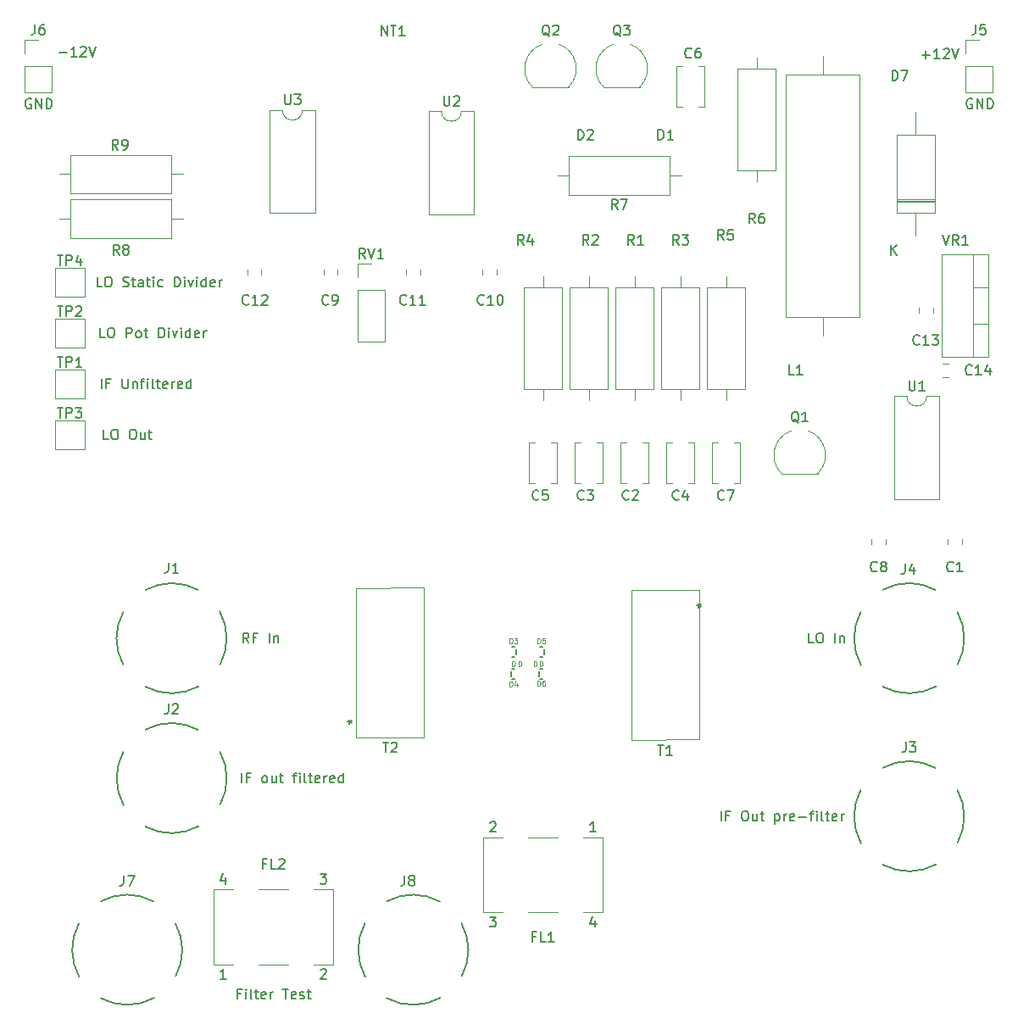
<source format=gbr>
G04 #@! TF.GenerationSoftware,KiCad,Pcbnew,(5.1.5)-3*
G04 #@! TF.CreationDate,2021-07-01T17:41:49-04:00*
G04 #@! TF.ProjectId,AM Mixer and LO Test Board,414d204d-6978-4657-9220-616e64204c4f,rev?*
G04 #@! TF.SameCoordinates,Original*
G04 #@! TF.FileFunction,Legend,Top*
G04 #@! TF.FilePolarity,Positive*
%FSLAX46Y46*%
G04 Gerber Fmt 4.6, Leading zero omitted, Abs format (unit mm)*
G04 Created by KiCad (PCBNEW (5.1.5)-3) date 2021-07-01 17:41:49*
%MOMM*%
%LPD*%
G04 APERTURE LIST*
%ADD10C,0.150000*%
%ADD11C,0.127000*%
%ADD12C,0.120000*%
%ADD13C,0.152400*%
%ADD14C,0.125000*%
G04 APERTURE END LIST*
D10*
X113578095Y-147248571D02*
X113244761Y-147248571D01*
X113244761Y-147772380D02*
X113244761Y-146772380D01*
X113720952Y-146772380D01*
X114101904Y-147772380D02*
X114101904Y-147105714D01*
X114101904Y-146772380D02*
X114054285Y-146820000D01*
X114101904Y-146867619D01*
X114149523Y-146820000D01*
X114101904Y-146772380D01*
X114101904Y-146867619D01*
X114720952Y-147772380D02*
X114625714Y-147724761D01*
X114578095Y-147629523D01*
X114578095Y-146772380D01*
X114959047Y-147105714D02*
X115340000Y-147105714D01*
X115101904Y-146772380D02*
X115101904Y-147629523D01*
X115149523Y-147724761D01*
X115244761Y-147772380D01*
X115340000Y-147772380D01*
X116054285Y-147724761D02*
X115959047Y-147772380D01*
X115768571Y-147772380D01*
X115673333Y-147724761D01*
X115625714Y-147629523D01*
X115625714Y-147248571D01*
X115673333Y-147153333D01*
X115768571Y-147105714D01*
X115959047Y-147105714D01*
X116054285Y-147153333D01*
X116101904Y-147248571D01*
X116101904Y-147343809D01*
X115625714Y-147439047D01*
X116530476Y-147772380D02*
X116530476Y-147105714D01*
X116530476Y-147296190D02*
X116578095Y-147200952D01*
X116625714Y-147153333D01*
X116720952Y-147105714D01*
X116816190Y-147105714D01*
X117768571Y-146772380D02*
X118340000Y-146772380D01*
X118054285Y-147772380D02*
X118054285Y-146772380D01*
X119054285Y-147724761D02*
X118959047Y-147772380D01*
X118768571Y-147772380D01*
X118673333Y-147724761D01*
X118625714Y-147629523D01*
X118625714Y-147248571D01*
X118673333Y-147153333D01*
X118768571Y-147105714D01*
X118959047Y-147105714D01*
X119054285Y-147153333D01*
X119101904Y-147248571D01*
X119101904Y-147343809D01*
X118625714Y-147439047D01*
X119482857Y-147724761D02*
X119578095Y-147772380D01*
X119768571Y-147772380D01*
X119863809Y-147724761D01*
X119911428Y-147629523D01*
X119911428Y-147581904D01*
X119863809Y-147486666D01*
X119768571Y-147439047D01*
X119625714Y-147439047D01*
X119530476Y-147391428D01*
X119482857Y-147296190D01*
X119482857Y-147248571D01*
X119530476Y-147153333D01*
X119625714Y-147105714D01*
X119768571Y-147105714D01*
X119863809Y-147153333D01*
X120197142Y-147105714D02*
X120578095Y-147105714D01*
X120340000Y-146772380D02*
X120340000Y-147629523D01*
X120387619Y-147724761D01*
X120482857Y-147772380D01*
X120578095Y-147772380D01*
X114379523Y-112212380D02*
X114046190Y-111736190D01*
X113808095Y-112212380D02*
X113808095Y-111212380D01*
X114189047Y-111212380D01*
X114284285Y-111260000D01*
X114331904Y-111307619D01*
X114379523Y-111402857D01*
X114379523Y-111545714D01*
X114331904Y-111640952D01*
X114284285Y-111688571D01*
X114189047Y-111736190D01*
X113808095Y-111736190D01*
X115141428Y-111688571D02*
X114808095Y-111688571D01*
X114808095Y-112212380D02*
X114808095Y-111212380D01*
X115284285Y-111212380D01*
X116427142Y-112212380D02*
X116427142Y-111212380D01*
X116903333Y-111545714D02*
X116903333Y-112212380D01*
X116903333Y-111640952D02*
X116950952Y-111593333D01*
X117046190Y-111545714D01*
X117189047Y-111545714D01*
X117284285Y-111593333D01*
X117331904Y-111688571D01*
X117331904Y-112212380D01*
X113673571Y-126182380D02*
X113673571Y-125182380D01*
X114483095Y-125658571D02*
X114149761Y-125658571D01*
X114149761Y-126182380D02*
X114149761Y-125182380D01*
X114625952Y-125182380D01*
X115911666Y-126182380D02*
X115816428Y-126134761D01*
X115768809Y-126087142D01*
X115721190Y-125991904D01*
X115721190Y-125706190D01*
X115768809Y-125610952D01*
X115816428Y-125563333D01*
X115911666Y-125515714D01*
X116054523Y-125515714D01*
X116149761Y-125563333D01*
X116197380Y-125610952D01*
X116245000Y-125706190D01*
X116245000Y-125991904D01*
X116197380Y-126087142D01*
X116149761Y-126134761D01*
X116054523Y-126182380D01*
X115911666Y-126182380D01*
X117102142Y-125515714D02*
X117102142Y-126182380D01*
X116673571Y-125515714D02*
X116673571Y-126039523D01*
X116721190Y-126134761D01*
X116816428Y-126182380D01*
X116959285Y-126182380D01*
X117054523Y-126134761D01*
X117102142Y-126087142D01*
X117435476Y-125515714D02*
X117816428Y-125515714D01*
X117578333Y-125182380D02*
X117578333Y-126039523D01*
X117625952Y-126134761D01*
X117721190Y-126182380D01*
X117816428Y-126182380D01*
X118768809Y-125515714D02*
X119149761Y-125515714D01*
X118911666Y-126182380D02*
X118911666Y-125325238D01*
X118959285Y-125230000D01*
X119054523Y-125182380D01*
X119149761Y-125182380D01*
X119483095Y-126182380D02*
X119483095Y-125515714D01*
X119483095Y-125182380D02*
X119435476Y-125230000D01*
X119483095Y-125277619D01*
X119530714Y-125230000D01*
X119483095Y-125182380D01*
X119483095Y-125277619D01*
X120102142Y-126182380D02*
X120006904Y-126134761D01*
X119959285Y-126039523D01*
X119959285Y-125182380D01*
X120340238Y-125515714D02*
X120721190Y-125515714D01*
X120483095Y-125182380D02*
X120483095Y-126039523D01*
X120530714Y-126134761D01*
X120625952Y-126182380D01*
X120721190Y-126182380D01*
X121435476Y-126134761D02*
X121340238Y-126182380D01*
X121149761Y-126182380D01*
X121054523Y-126134761D01*
X121006904Y-126039523D01*
X121006904Y-125658571D01*
X121054523Y-125563333D01*
X121149761Y-125515714D01*
X121340238Y-125515714D01*
X121435476Y-125563333D01*
X121483095Y-125658571D01*
X121483095Y-125753809D01*
X121006904Y-125849047D01*
X121911666Y-126182380D02*
X121911666Y-125515714D01*
X121911666Y-125706190D02*
X121959285Y-125610952D01*
X122006904Y-125563333D01*
X122102142Y-125515714D01*
X122197380Y-125515714D01*
X122911666Y-126134761D02*
X122816428Y-126182380D01*
X122625952Y-126182380D01*
X122530714Y-126134761D01*
X122483095Y-126039523D01*
X122483095Y-125658571D01*
X122530714Y-125563333D01*
X122625952Y-125515714D01*
X122816428Y-125515714D01*
X122911666Y-125563333D01*
X122959285Y-125658571D01*
X122959285Y-125753809D01*
X122483095Y-125849047D01*
X123816428Y-126182380D02*
X123816428Y-125182380D01*
X123816428Y-126134761D02*
X123721190Y-126182380D01*
X123530714Y-126182380D01*
X123435476Y-126134761D01*
X123387857Y-126087142D01*
X123340238Y-125991904D01*
X123340238Y-125706190D01*
X123387857Y-125610952D01*
X123435476Y-125563333D01*
X123530714Y-125515714D01*
X123721190Y-125515714D01*
X123816428Y-125563333D01*
X161568571Y-129992380D02*
X161568571Y-128992380D01*
X162378095Y-129468571D02*
X162044761Y-129468571D01*
X162044761Y-129992380D02*
X162044761Y-128992380D01*
X162520952Y-128992380D01*
X163854285Y-128992380D02*
X164044761Y-128992380D01*
X164140000Y-129040000D01*
X164235238Y-129135238D01*
X164282857Y-129325714D01*
X164282857Y-129659047D01*
X164235238Y-129849523D01*
X164140000Y-129944761D01*
X164044761Y-129992380D01*
X163854285Y-129992380D01*
X163759047Y-129944761D01*
X163663809Y-129849523D01*
X163616190Y-129659047D01*
X163616190Y-129325714D01*
X163663809Y-129135238D01*
X163759047Y-129040000D01*
X163854285Y-128992380D01*
X165140000Y-129325714D02*
X165140000Y-129992380D01*
X164711428Y-129325714D02*
X164711428Y-129849523D01*
X164759047Y-129944761D01*
X164854285Y-129992380D01*
X164997142Y-129992380D01*
X165092380Y-129944761D01*
X165140000Y-129897142D01*
X165473333Y-129325714D02*
X165854285Y-129325714D01*
X165616190Y-128992380D02*
X165616190Y-129849523D01*
X165663809Y-129944761D01*
X165759047Y-129992380D01*
X165854285Y-129992380D01*
X166949523Y-129325714D02*
X166949523Y-130325714D01*
X166949523Y-129373333D02*
X167044761Y-129325714D01*
X167235238Y-129325714D01*
X167330476Y-129373333D01*
X167378095Y-129420952D01*
X167425714Y-129516190D01*
X167425714Y-129801904D01*
X167378095Y-129897142D01*
X167330476Y-129944761D01*
X167235238Y-129992380D01*
X167044761Y-129992380D01*
X166949523Y-129944761D01*
X167854285Y-129992380D02*
X167854285Y-129325714D01*
X167854285Y-129516190D02*
X167901904Y-129420952D01*
X167949523Y-129373333D01*
X168044761Y-129325714D01*
X168140000Y-129325714D01*
X168854285Y-129944761D02*
X168759047Y-129992380D01*
X168568571Y-129992380D01*
X168473333Y-129944761D01*
X168425714Y-129849523D01*
X168425714Y-129468571D01*
X168473333Y-129373333D01*
X168568571Y-129325714D01*
X168759047Y-129325714D01*
X168854285Y-129373333D01*
X168901904Y-129468571D01*
X168901904Y-129563809D01*
X168425714Y-129659047D01*
X169330476Y-129611428D02*
X170092380Y-129611428D01*
X170425714Y-129325714D02*
X170806666Y-129325714D01*
X170568571Y-129992380D02*
X170568571Y-129135238D01*
X170616190Y-129040000D01*
X170711428Y-128992380D01*
X170806666Y-128992380D01*
X171140000Y-129992380D02*
X171140000Y-129325714D01*
X171140000Y-128992380D02*
X171092380Y-129040000D01*
X171140000Y-129087619D01*
X171187619Y-129040000D01*
X171140000Y-128992380D01*
X171140000Y-129087619D01*
X171759047Y-129992380D02*
X171663809Y-129944761D01*
X171616190Y-129849523D01*
X171616190Y-128992380D01*
X171997142Y-129325714D02*
X172378095Y-129325714D01*
X172140000Y-128992380D02*
X172140000Y-129849523D01*
X172187619Y-129944761D01*
X172282857Y-129992380D01*
X172378095Y-129992380D01*
X173092380Y-129944761D02*
X172997142Y-129992380D01*
X172806666Y-129992380D01*
X172711428Y-129944761D01*
X172663809Y-129849523D01*
X172663809Y-129468571D01*
X172711428Y-129373333D01*
X172806666Y-129325714D01*
X172997142Y-129325714D01*
X173092380Y-129373333D01*
X173140000Y-129468571D01*
X173140000Y-129563809D01*
X172663809Y-129659047D01*
X173568571Y-129992380D02*
X173568571Y-129325714D01*
X173568571Y-129516190D02*
X173616190Y-129420952D01*
X173663809Y-129373333D01*
X173759047Y-129325714D01*
X173854285Y-129325714D01*
X170799285Y-112212380D02*
X170323095Y-112212380D01*
X170323095Y-111212380D01*
X171323095Y-111212380D02*
X171513571Y-111212380D01*
X171608809Y-111260000D01*
X171704047Y-111355238D01*
X171751666Y-111545714D01*
X171751666Y-111879047D01*
X171704047Y-112069523D01*
X171608809Y-112164761D01*
X171513571Y-112212380D01*
X171323095Y-112212380D01*
X171227857Y-112164761D01*
X171132619Y-112069523D01*
X171085000Y-111879047D01*
X171085000Y-111545714D01*
X171132619Y-111355238D01*
X171227857Y-111260000D01*
X171323095Y-111212380D01*
X172942142Y-112212380D02*
X172942142Y-111212380D01*
X173418333Y-111545714D02*
X173418333Y-112212380D01*
X173418333Y-111640952D02*
X173465952Y-111593333D01*
X173561190Y-111545714D01*
X173704047Y-111545714D01*
X173799285Y-111593333D01*
X173846904Y-111688571D01*
X173846904Y-112212380D01*
X100377857Y-91892380D02*
X99901666Y-91892380D01*
X99901666Y-90892380D01*
X100901666Y-90892380D02*
X101092142Y-90892380D01*
X101187380Y-90940000D01*
X101282619Y-91035238D01*
X101330238Y-91225714D01*
X101330238Y-91559047D01*
X101282619Y-91749523D01*
X101187380Y-91844761D01*
X101092142Y-91892380D01*
X100901666Y-91892380D01*
X100806428Y-91844761D01*
X100711190Y-91749523D01*
X100663571Y-91559047D01*
X100663571Y-91225714D01*
X100711190Y-91035238D01*
X100806428Y-90940000D01*
X100901666Y-90892380D01*
X102711190Y-90892380D02*
X102901666Y-90892380D01*
X102996904Y-90940000D01*
X103092142Y-91035238D01*
X103139761Y-91225714D01*
X103139761Y-91559047D01*
X103092142Y-91749523D01*
X102996904Y-91844761D01*
X102901666Y-91892380D01*
X102711190Y-91892380D01*
X102615952Y-91844761D01*
X102520714Y-91749523D01*
X102473095Y-91559047D01*
X102473095Y-91225714D01*
X102520714Y-91035238D01*
X102615952Y-90940000D01*
X102711190Y-90892380D01*
X103996904Y-91225714D02*
X103996904Y-91892380D01*
X103568333Y-91225714D02*
X103568333Y-91749523D01*
X103615952Y-91844761D01*
X103711190Y-91892380D01*
X103854047Y-91892380D01*
X103949285Y-91844761D01*
X103996904Y-91797142D01*
X104330238Y-91225714D02*
X104711190Y-91225714D01*
X104473095Y-90892380D02*
X104473095Y-91749523D01*
X104520714Y-91844761D01*
X104615952Y-91892380D01*
X104711190Y-91892380D01*
X99663809Y-86812380D02*
X99663809Y-85812380D01*
X100473333Y-86288571D02*
X100140000Y-86288571D01*
X100140000Y-86812380D02*
X100140000Y-85812380D01*
X100616190Y-85812380D01*
X101759047Y-85812380D02*
X101759047Y-86621904D01*
X101806666Y-86717142D01*
X101854285Y-86764761D01*
X101949523Y-86812380D01*
X102140000Y-86812380D01*
X102235238Y-86764761D01*
X102282857Y-86717142D01*
X102330476Y-86621904D01*
X102330476Y-85812380D01*
X102806666Y-86145714D02*
X102806666Y-86812380D01*
X102806666Y-86240952D02*
X102854285Y-86193333D01*
X102949523Y-86145714D01*
X103092380Y-86145714D01*
X103187619Y-86193333D01*
X103235238Y-86288571D01*
X103235238Y-86812380D01*
X103568571Y-86145714D02*
X103949523Y-86145714D01*
X103711428Y-86812380D02*
X103711428Y-85955238D01*
X103759047Y-85860000D01*
X103854285Y-85812380D01*
X103949523Y-85812380D01*
X104282857Y-86812380D02*
X104282857Y-86145714D01*
X104282857Y-85812380D02*
X104235238Y-85860000D01*
X104282857Y-85907619D01*
X104330476Y-85860000D01*
X104282857Y-85812380D01*
X104282857Y-85907619D01*
X104901904Y-86812380D02*
X104806666Y-86764761D01*
X104759047Y-86669523D01*
X104759047Y-85812380D01*
X105140000Y-86145714D02*
X105520952Y-86145714D01*
X105282857Y-85812380D02*
X105282857Y-86669523D01*
X105330476Y-86764761D01*
X105425714Y-86812380D01*
X105520952Y-86812380D01*
X106235238Y-86764761D02*
X106140000Y-86812380D01*
X105949523Y-86812380D01*
X105854285Y-86764761D01*
X105806666Y-86669523D01*
X105806666Y-86288571D01*
X105854285Y-86193333D01*
X105949523Y-86145714D01*
X106140000Y-86145714D01*
X106235238Y-86193333D01*
X106282857Y-86288571D01*
X106282857Y-86383809D01*
X105806666Y-86479047D01*
X106711428Y-86812380D02*
X106711428Y-86145714D01*
X106711428Y-86336190D02*
X106759047Y-86240952D01*
X106806666Y-86193333D01*
X106901904Y-86145714D01*
X106997142Y-86145714D01*
X107711428Y-86764761D02*
X107616190Y-86812380D01*
X107425714Y-86812380D01*
X107330476Y-86764761D01*
X107282857Y-86669523D01*
X107282857Y-86288571D01*
X107330476Y-86193333D01*
X107425714Y-86145714D01*
X107616190Y-86145714D01*
X107711428Y-86193333D01*
X107759047Y-86288571D01*
X107759047Y-86383809D01*
X107282857Y-86479047D01*
X108616190Y-86812380D02*
X108616190Y-85812380D01*
X108616190Y-86764761D02*
X108520952Y-86812380D01*
X108330476Y-86812380D01*
X108235238Y-86764761D01*
X108187619Y-86717142D01*
X108140000Y-86621904D01*
X108140000Y-86336190D01*
X108187619Y-86240952D01*
X108235238Y-86193333D01*
X108330476Y-86145714D01*
X108520952Y-86145714D01*
X108616190Y-86193333D01*
X100013095Y-81732380D02*
X99536904Y-81732380D01*
X99536904Y-80732380D01*
X100536904Y-80732380D02*
X100727380Y-80732380D01*
X100822619Y-80780000D01*
X100917857Y-80875238D01*
X100965476Y-81065714D01*
X100965476Y-81399047D01*
X100917857Y-81589523D01*
X100822619Y-81684761D01*
X100727380Y-81732380D01*
X100536904Y-81732380D01*
X100441666Y-81684761D01*
X100346428Y-81589523D01*
X100298809Y-81399047D01*
X100298809Y-81065714D01*
X100346428Y-80875238D01*
X100441666Y-80780000D01*
X100536904Y-80732380D01*
X102155952Y-81732380D02*
X102155952Y-80732380D01*
X102536904Y-80732380D01*
X102632142Y-80780000D01*
X102679761Y-80827619D01*
X102727380Y-80922857D01*
X102727380Y-81065714D01*
X102679761Y-81160952D01*
X102632142Y-81208571D01*
X102536904Y-81256190D01*
X102155952Y-81256190D01*
X103298809Y-81732380D02*
X103203571Y-81684761D01*
X103155952Y-81637142D01*
X103108333Y-81541904D01*
X103108333Y-81256190D01*
X103155952Y-81160952D01*
X103203571Y-81113333D01*
X103298809Y-81065714D01*
X103441666Y-81065714D01*
X103536904Y-81113333D01*
X103584523Y-81160952D01*
X103632142Y-81256190D01*
X103632142Y-81541904D01*
X103584523Y-81637142D01*
X103536904Y-81684761D01*
X103441666Y-81732380D01*
X103298809Y-81732380D01*
X103917857Y-81065714D02*
X104298809Y-81065714D01*
X104060714Y-80732380D02*
X104060714Y-81589523D01*
X104108333Y-81684761D01*
X104203571Y-81732380D01*
X104298809Y-81732380D01*
X105394047Y-81732380D02*
X105394047Y-80732380D01*
X105632142Y-80732380D01*
X105775000Y-80780000D01*
X105870238Y-80875238D01*
X105917857Y-80970476D01*
X105965476Y-81160952D01*
X105965476Y-81303809D01*
X105917857Y-81494285D01*
X105870238Y-81589523D01*
X105775000Y-81684761D01*
X105632142Y-81732380D01*
X105394047Y-81732380D01*
X106394047Y-81732380D02*
X106394047Y-81065714D01*
X106394047Y-80732380D02*
X106346428Y-80780000D01*
X106394047Y-80827619D01*
X106441666Y-80780000D01*
X106394047Y-80732380D01*
X106394047Y-80827619D01*
X106775000Y-81065714D02*
X107013095Y-81732380D01*
X107251190Y-81065714D01*
X107632142Y-81732380D02*
X107632142Y-81065714D01*
X107632142Y-80732380D02*
X107584523Y-80780000D01*
X107632142Y-80827619D01*
X107679761Y-80780000D01*
X107632142Y-80732380D01*
X107632142Y-80827619D01*
X108536904Y-81732380D02*
X108536904Y-80732380D01*
X108536904Y-81684761D02*
X108441666Y-81732380D01*
X108251190Y-81732380D01*
X108155952Y-81684761D01*
X108108333Y-81637142D01*
X108060714Y-81541904D01*
X108060714Y-81256190D01*
X108108333Y-81160952D01*
X108155952Y-81113333D01*
X108251190Y-81065714D01*
X108441666Y-81065714D01*
X108536904Y-81113333D01*
X109394047Y-81684761D02*
X109298809Y-81732380D01*
X109108333Y-81732380D01*
X109013095Y-81684761D01*
X108965476Y-81589523D01*
X108965476Y-81208571D01*
X109013095Y-81113333D01*
X109108333Y-81065714D01*
X109298809Y-81065714D01*
X109394047Y-81113333D01*
X109441666Y-81208571D01*
X109441666Y-81303809D01*
X108965476Y-81399047D01*
X109870238Y-81732380D02*
X109870238Y-81065714D01*
X109870238Y-81256190D02*
X109917857Y-81160952D01*
X109965476Y-81113333D01*
X110060714Y-81065714D01*
X110155952Y-81065714D01*
X99719523Y-76652380D02*
X99243333Y-76652380D01*
X99243333Y-75652380D01*
X100243333Y-75652380D02*
X100433809Y-75652380D01*
X100529047Y-75700000D01*
X100624285Y-75795238D01*
X100671904Y-75985714D01*
X100671904Y-76319047D01*
X100624285Y-76509523D01*
X100529047Y-76604761D01*
X100433809Y-76652380D01*
X100243333Y-76652380D01*
X100148095Y-76604761D01*
X100052857Y-76509523D01*
X100005238Y-76319047D01*
X100005238Y-75985714D01*
X100052857Y-75795238D01*
X100148095Y-75700000D01*
X100243333Y-75652380D01*
X101814761Y-76604761D02*
X101957619Y-76652380D01*
X102195714Y-76652380D01*
X102290952Y-76604761D01*
X102338571Y-76557142D01*
X102386190Y-76461904D01*
X102386190Y-76366666D01*
X102338571Y-76271428D01*
X102290952Y-76223809D01*
X102195714Y-76176190D01*
X102005238Y-76128571D01*
X101910000Y-76080952D01*
X101862380Y-76033333D01*
X101814761Y-75938095D01*
X101814761Y-75842857D01*
X101862380Y-75747619D01*
X101910000Y-75700000D01*
X102005238Y-75652380D01*
X102243333Y-75652380D01*
X102386190Y-75700000D01*
X102671904Y-75985714D02*
X103052857Y-75985714D01*
X102814761Y-75652380D02*
X102814761Y-76509523D01*
X102862380Y-76604761D01*
X102957619Y-76652380D01*
X103052857Y-76652380D01*
X103814761Y-76652380D02*
X103814761Y-76128571D01*
X103767142Y-76033333D01*
X103671904Y-75985714D01*
X103481428Y-75985714D01*
X103386190Y-76033333D01*
X103814761Y-76604761D02*
X103719523Y-76652380D01*
X103481428Y-76652380D01*
X103386190Y-76604761D01*
X103338571Y-76509523D01*
X103338571Y-76414285D01*
X103386190Y-76319047D01*
X103481428Y-76271428D01*
X103719523Y-76271428D01*
X103814761Y-76223809D01*
X104148095Y-75985714D02*
X104529047Y-75985714D01*
X104290952Y-75652380D02*
X104290952Y-76509523D01*
X104338571Y-76604761D01*
X104433809Y-76652380D01*
X104529047Y-76652380D01*
X104862380Y-76652380D02*
X104862380Y-75985714D01*
X104862380Y-75652380D02*
X104814761Y-75700000D01*
X104862380Y-75747619D01*
X104910000Y-75700000D01*
X104862380Y-75652380D01*
X104862380Y-75747619D01*
X105767142Y-76604761D02*
X105671904Y-76652380D01*
X105481428Y-76652380D01*
X105386190Y-76604761D01*
X105338571Y-76557142D01*
X105290952Y-76461904D01*
X105290952Y-76176190D01*
X105338571Y-76080952D01*
X105386190Y-76033333D01*
X105481428Y-75985714D01*
X105671904Y-75985714D01*
X105767142Y-76033333D01*
X106957619Y-76652380D02*
X106957619Y-75652380D01*
X107195714Y-75652380D01*
X107338571Y-75700000D01*
X107433809Y-75795238D01*
X107481428Y-75890476D01*
X107529047Y-76080952D01*
X107529047Y-76223809D01*
X107481428Y-76414285D01*
X107433809Y-76509523D01*
X107338571Y-76604761D01*
X107195714Y-76652380D01*
X106957619Y-76652380D01*
X107957619Y-76652380D02*
X107957619Y-75985714D01*
X107957619Y-75652380D02*
X107910000Y-75700000D01*
X107957619Y-75747619D01*
X108005238Y-75700000D01*
X107957619Y-75652380D01*
X107957619Y-75747619D01*
X108338571Y-75985714D02*
X108576666Y-76652380D01*
X108814761Y-75985714D01*
X109195714Y-76652380D02*
X109195714Y-75985714D01*
X109195714Y-75652380D02*
X109148095Y-75700000D01*
X109195714Y-75747619D01*
X109243333Y-75700000D01*
X109195714Y-75652380D01*
X109195714Y-75747619D01*
X110100476Y-76652380D02*
X110100476Y-75652380D01*
X110100476Y-76604761D02*
X110005238Y-76652380D01*
X109814761Y-76652380D01*
X109719523Y-76604761D01*
X109671904Y-76557142D01*
X109624285Y-76461904D01*
X109624285Y-76176190D01*
X109671904Y-76080952D01*
X109719523Y-76033333D01*
X109814761Y-75985714D01*
X110005238Y-75985714D01*
X110100476Y-76033333D01*
X110957619Y-76604761D02*
X110862380Y-76652380D01*
X110671904Y-76652380D01*
X110576666Y-76604761D01*
X110529047Y-76509523D01*
X110529047Y-76128571D01*
X110576666Y-76033333D01*
X110671904Y-75985714D01*
X110862380Y-75985714D01*
X110957619Y-76033333D01*
X111005238Y-76128571D01*
X111005238Y-76223809D01*
X110529047Y-76319047D01*
X111433809Y-76652380D02*
X111433809Y-75985714D01*
X111433809Y-76176190D02*
X111481428Y-76080952D01*
X111529047Y-76033333D01*
X111624285Y-75985714D01*
X111719523Y-75985714D01*
X95438095Y-53271428D02*
X96200000Y-53271428D01*
X97200000Y-53652380D02*
X96628571Y-53652380D01*
X96914285Y-53652380D02*
X96914285Y-52652380D01*
X96819047Y-52795238D01*
X96723809Y-52890476D01*
X96628571Y-52938095D01*
X97580952Y-52747619D02*
X97628571Y-52700000D01*
X97723809Y-52652380D01*
X97961904Y-52652380D01*
X98057142Y-52700000D01*
X98104761Y-52747619D01*
X98152380Y-52842857D01*
X98152380Y-52938095D01*
X98104761Y-53080952D01*
X97533333Y-53652380D01*
X98152380Y-53652380D01*
X98438095Y-52652380D02*
X98771428Y-53652380D01*
X99104761Y-52652380D01*
X92638095Y-57900000D02*
X92542857Y-57852380D01*
X92400000Y-57852380D01*
X92257142Y-57900000D01*
X92161904Y-57995238D01*
X92114285Y-58090476D01*
X92066666Y-58280952D01*
X92066666Y-58423809D01*
X92114285Y-58614285D01*
X92161904Y-58709523D01*
X92257142Y-58804761D01*
X92400000Y-58852380D01*
X92495238Y-58852380D01*
X92638095Y-58804761D01*
X92685714Y-58757142D01*
X92685714Y-58423809D01*
X92495238Y-58423809D01*
X93114285Y-58852380D02*
X93114285Y-57852380D01*
X93685714Y-58852380D01*
X93685714Y-57852380D01*
X94161904Y-58852380D02*
X94161904Y-57852380D01*
X94400000Y-57852380D01*
X94542857Y-57900000D01*
X94638095Y-57995238D01*
X94685714Y-58090476D01*
X94733333Y-58280952D01*
X94733333Y-58423809D01*
X94685714Y-58614285D01*
X94638095Y-58709523D01*
X94542857Y-58804761D01*
X94400000Y-58852380D01*
X94161904Y-58852380D01*
X186638095Y-57900000D02*
X186542857Y-57852380D01*
X186400000Y-57852380D01*
X186257142Y-57900000D01*
X186161904Y-57995238D01*
X186114285Y-58090476D01*
X186066666Y-58280952D01*
X186066666Y-58423809D01*
X186114285Y-58614285D01*
X186161904Y-58709523D01*
X186257142Y-58804761D01*
X186400000Y-58852380D01*
X186495238Y-58852380D01*
X186638095Y-58804761D01*
X186685714Y-58757142D01*
X186685714Y-58423809D01*
X186495238Y-58423809D01*
X187114285Y-58852380D02*
X187114285Y-57852380D01*
X187685714Y-58852380D01*
X187685714Y-57852380D01*
X188161904Y-58852380D02*
X188161904Y-57852380D01*
X188400000Y-57852380D01*
X188542857Y-57900000D01*
X188638095Y-57995238D01*
X188685714Y-58090476D01*
X188733333Y-58280952D01*
X188733333Y-58423809D01*
X188685714Y-58614285D01*
X188638095Y-58709523D01*
X188542857Y-58804761D01*
X188400000Y-58852380D01*
X188161904Y-58852380D01*
X181638095Y-53471428D02*
X182400000Y-53471428D01*
X182019047Y-53852380D02*
X182019047Y-53090476D01*
X183400000Y-53852380D02*
X182828571Y-53852380D01*
X183114285Y-53852380D02*
X183114285Y-52852380D01*
X183019047Y-52995238D01*
X182923809Y-53090476D01*
X182828571Y-53138095D01*
X183780952Y-52947619D02*
X183828571Y-52900000D01*
X183923809Y-52852380D01*
X184161904Y-52852380D01*
X184257142Y-52900000D01*
X184304761Y-52947619D01*
X184352380Y-53042857D01*
X184352380Y-53138095D01*
X184304761Y-53280952D01*
X183733333Y-53852380D01*
X184352380Y-53852380D01*
X184638095Y-52852380D02*
X184971428Y-53852380D01*
X185304761Y-52852380D01*
D11*
X107060400Y-140249600D02*
G75*
G02X107086400Y-145491200I-4815290J-2644750D01*
G01*
X104935000Y-147675000D02*
G75*
G02X99589000Y-147702000I-2697871J4910957D01*
G01*
X97435000Y-145575000D02*
G75*
G02X97408000Y-140229000I4910957J2697871D01*
G01*
X99618800Y-138023600D02*
G75*
G02X104881000Y-138048000I2608826J-4815992D01*
G01*
X135635400Y-140249600D02*
G75*
G02X135661400Y-145491200I-4815290J-2644750D01*
G01*
X133510000Y-147675000D02*
G75*
G02X128164000Y-147702000I-2697871J4910957D01*
G01*
X126010000Y-145575000D02*
G75*
G02X125983000Y-140229000I4910957J2697871D01*
G01*
X128193800Y-138023600D02*
G75*
G02X133456000Y-138048000I2608826J-4815992D01*
G01*
D12*
X122840000Y-136835000D02*
X122840000Y-144335000D01*
X110840000Y-144335000D02*
X110840000Y-136835000D01*
X110840000Y-136835000D02*
X112840000Y-136835000D01*
X115340000Y-136835000D02*
X118340000Y-136835000D01*
X120840000Y-136835000D02*
X122840000Y-136835000D01*
X122840000Y-144335000D02*
X120840000Y-144335000D01*
X118340000Y-144335000D02*
X115340000Y-144335000D01*
X112840000Y-144335000D02*
X110840000Y-144335000D01*
X110840000Y-144335000D02*
X110840000Y-136835000D01*
X188270000Y-73420000D02*
X188270000Y-83660000D01*
X183629000Y-73420000D02*
X183629000Y-83660000D01*
X188270000Y-73420000D02*
X183629000Y-73420000D01*
X188270000Y-83660000D02*
X183629000Y-83660000D01*
X186760000Y-73420000D02*
X186760000Y-83660000D01*
X188270000Y-76690000D02*
X186760000Y-76690000D01*
X188270000Y-80391000D02*
X186760000Y-80391000D01*
X179080000Y-69300000D02*
X182920000Y-69300000D01*
X182920000Y-69300000D02*
X182920000Y-61460000D01*
X182920000Y-61460000D02*
X179080000Y-61460000D01*
X179080000Y-61460000D02*
X179080000Y-69300000D01*
X181000000Y-71560000D02*
X181000000Y-69300000D01*
X181000000Y-59200000D02*
X181000000Y-61460000D01*
X179080000Y-68040000D02*
X182920000Y-68040000D01*
X179080000Y-67920000D02*
X182920000Y-67920000D01*
X179080000Y-68160000D02*
X182920000Y-68160000D01*
X184236252Y-85710000D02*
X183713748Y-85710000D01*
X184236252Y-84290000D02*
X183713748Y-84290000D01*
X182710000Y-78763748D02*
X182710000Y-79286252D01*
X181290000Y-78763748D02*
X181290000Y-79286252D01*
X125289000Y-74362000D02*
X126619000Y-74362000D01*
X125289000Y-75692000D02*
X125289000Y-74362000D01*
X125289000Y-76962000D02*
X127949000Y-76962000D01*
X127949000Y-76962000D02*
X127949000Y-82102000D01*
X125289000Y-76962000D02*
X125289000Y-82102000D01*
X125289000Y-82102000D02*
X127949000Y-82102000D01*
X92015000Y-52010000D02*
X93345000Y-52010000D01*
X92015000Y-53340000D02*
X92015000Y-52010000D01*
X92015000Y-54610000D02*
X94675000Y-54610000D01*
X94675000Y-54610000D02*
X94675000Y-57210000D01*
X92015000Y-54610000D02*
X92015000Y-57210000D01*
X92015000Y-57210000D02*
X94675000Y-57210000D01*
X185995000Y-52010000D02*
X187325000Y-52010000D01*
X185995000Y-53340000D02*
X185995000Y-52010000D01*
X185995000Y-54610000D02*
X188655000Y-54610000D01*
X188655000Y-54610000D02*
X188655000Y-57210000D01*
X185995000Y-54610000D02*
X185995000Y-57210000D01*
X185995000Y-57210000D02*
X188655000Y-57210000D01*
X120995000Y-58995000D02*
X119745000Y-58995000D01*
X120995000Y-69275000D02*
X120995000Y-58995000D01*
X116495000Y-69275000D02*
X120995000Y-69275000D01*
X116495000Y-58995000D02*
X116495000Y-69275000D01*
X117745000Y-58995000D02*
X116495000Y-58995000D01*
X119745000Y-58995000D02*
G75*
G02X117745000Y-58995000I-1000000J0D01*
G01*
X136870000Y-59122000D02*
X135620000Y-59122000D01*
X136870000Y-69402000D02*
X136870000Y-59122000D01*
X132370000Y-69402000D02*
X136870000Y-69402000D01*
X132370000Y-59122000D02*
X132370000Y-69402000D01*
X133620000Y-59122000D02*
X132370000Y-59122000D01*
X135620000Y-59122000D02*
G75*
G02X133620000Y-59122000I-1000000J0D01*
G01*
X183352000Y-87570000D02*
X182102000Y-87570000D01*
X183352000Y-97850000D02*
X183352000Y-87570000D01*
X178852000Y-97850000D02*
X183352000Y-97850000D01*
X178852000Y-87570000D02*
X178852000Y-97850000D01*
X180102000Y-87570000D02*
X178852000Y-87570000D01*
X182102000Y-87570000D02*
G75*
G02X180102000Y-87570000I-1000000J0D01*
G01*
X95070000Y-77650000D02*
X95070000Y-74750000D01*
X97970000Y-77650000D02*
X95070000Y-77650000D01*
X97970000Y-74750000D02*
X97970000Y-77650000D01*
X95070000Y-74750000D02*
X97970000Y-74750000D01*
X95070000Y-92890000D02*
X95070000Y-89990000D01*
X97970000Y-92890000D02*
X95070000Y-92890000D01*
X97970000Y-89990000D02*
X97970000Y-92890000D01*
X95070000Y-89990000D02*
X97970000Y-89990000D01*
X95070000Y-82730000D02*
X95070000Y-79830000D01*
X97970000Y-82730000D02*
X95070000Y-82730000D01*
X97970000Y-79830000D02*
X97970000Y-82730000D01*
X95070000Y-79830000D02*
X97970000Y-79830000D01*
X95070000Y-87810000D02*
X95070000Y-84910000D01*
X97970000Y-87810000D02*
X95070000Y-87810000D01*
X97970000Y-84910000D02*
X97970000Y-87810000D01*
X95070000Y-84910000D02*
X97970000Y-84910000D01*
X131884000Y-121700000D02*
X125084000Y-121700000D01*
X131884000Y-106700000D02*
X131884000Y-121700000D01*
X125084000Y-106800000D02*
X131884000Y-106700000D01*
X125084000Y-121700000D02*
X125084000Y-106800000D01*
X152596000Y-106900000D02*
X159396000Y-106900000D01*
X152596000Y-121900000D02*
X152596000Y-106900000D01*
X159396000Y-121800000D02*
X152596000Y-121900000D01*
X159396000Y-106900000D02*
X159396000Y-121800000D01*
X95420000Y-65405000D02*
X96530000Y-65405000D01*
X107780000Y-65405000D02*
X106670000Y-65405000D01*
X96530000Y-67325000D02*
X106670000Y-67325000D01*
X96530000Y-63485000D02*
X96530000Y-67325000D01*
X106670000Y-63485000D02*
X96530000Y-63485000D01*
X106670000Y-67325000D02*
X106670000Y-63485000D01*
X107780000Y-69850000D02*
X106670000Y-69850000D01*
X95420000Y-69850000D02*
X96530000Y-69850000D01*
X106670000Y-67930000D02*
X96530000Y-67930000D01*
X106670000Y-71770000D02*
X106670000Y-67930000D01*
X96530000Y-71770000D02*
X106670000Y-71770000D01*
X96530000Y-67930000D02*
X96530000Y-71770000D01*
X145204000Y-65532000D02*
X146314000Y-65532000D01*
X157564000Y-65532000D02*
X156454000Y-65532000D01*
X146314000Y-67452000D02*
X156454000Y-67452000D01*
X146314000Y-63612000D02*
X146314000Y-67452000D01*
X156454000Y-63612000D02*
X146314000Y-63612000D01*
X156454000Y-67452000D02*
X156454000Y-63612000D01*
X165100000Y-66124000D02*
X165100000Y-65014000D01*
X165100000Y-53764000D02*
X165100000Y-54874000D01*
X167020000Y-65014000D02*
X167020000Y-54874000D01*
X163180000Y-65014000D02*
X167020000Y-65014000D01*
X163180000Y-54874000D02*
X163180000Y-65014000D01*
X167020000Y-54874000D02*
X163180000Y-54874000D01*
X162052000Y-75608000D02*
X162052000Y-76718000D01*
X162052000Y-87968000D02*
X162052000Y-86858000D01*
X160132000Y-76718000D02*
X160132000Y-86858000D01*
X163972000Y-76718000D02*
X160132000Y-76718000D01*
X163972000Y-86858000D02*
X163972000Y-76718000D01*
X160132000Y-86858000D02*
X163972000Y-86858000D01*
X143764000Y-75608000D02*
X143764000Y-76718000D01*
X143764000Y-87968000D02*
X143764000Y-86858000D01*
X141844000Y-76718000D02*
X141844000Y-86858000D01*
X145684000Y-76718000D02*
X141844000Y-76718000D01*
X145684000Y-86858000D02*
X145684000Y-76718000D01*
X141844000Y-86858000D02*
X145684000Y-86858000D01*
X157480000Y-75608000D02*
X157480000Y-76718000D01*
X157480000Y-87968000D02*
X157480000Y-86858000D01*
X155560000Y-76718000D02*
X155560000Y-86858000D01*
X159400000Y-76718000D02*
X155560000Y-76718000D01*
X159400000Y-86858000D02*
X159400000Y-76718000D01*
X155560000Y-86858000D02*
X159400000Y-86858000D01*
X148336000Y-75608000D02*
X148336000Y-76718000D01*
X148336000Y-87968000D02*
X148336000Y-86858000D01*
X146416000Y-76718000D02*
X146416000Y-86858000D01*
X150256000Y-76718000D02*
X146416000Y-76718000D01*
X150256000Y-86858000D02*
X150256000Y-76718000D01*
X146416000Y-86858000D02*
X150256000Y-86858000D01*
X152908000Y-75608000D02*
X152908000Y-76718000D01*
X152908000Y-87968000D02*
X152908000Y-86858000D01*
X150988000Y-76718000D02*
X150988000Y-86858000D01*
X154828000Y-76718000D02*
X150988000Y-76718000D01*
X154828000Y-86858000D02*
X154828000Y-76718000D01*
X150988000Y-86858000D02*
X154828000Y-86858000D01*
X149838000Y-56714000D02*
X153438000Y-56714000D01*
X153446445Y-56691684D02*
G75*
G03X152418000Y-52414000I-1808445J1827684D01*
G01*
X149826547Y-56706156D02*
G75*
G02X150818000Y-52414000I1811453J1842156D01*
G01*
X142726000Y-56714000D02*
X146326000Y-56714000D01*
X146334445Y-56691684D02*
G75*
G03X145306000Y-52414000I-1808445J1827684D01*
G01*
X142714547Y-56706156D02*
G75*
G02X143706000Y-52414000I1811453J1842156D01*
G01*
X167618000Y-95322000D02*
X171218000Y-95322000D01*
X171226445Y-95299684D02*
G75*
G03X170198000Y-91022000I-1808445J1827684D01*
G01*
X167606547Y-95314156D02*
G75*
G02X168598000Y-91022000I1811453J1842156D01*
G01*
X171704000Y-81564000D02*
X171704000Y-79684000D01*
X171704000Y-53564000D02*
X171704000Y-55444000D01*
X175374000Y-79684000D02*
X175374000Y-55444000D01*
X168034000Y-79684000D02*
X175374000Y-79684000D01*
X168034000Y-55444000D02*
X168034000Y-79684000D01*
X175374000Y-55444000D02*
X168034000Y-55444000D01*
D11*
X185165400Y-109134600D02*
G75*
G02X185191400Y-114376200I-4815290J-2644750D01*
G01*
X183040000Y-116560000D02*
G75*
G02X177694000Y-116587000I-2697871J4910957D01*
G01*
X175540000Y-114460000D02*
G75*
G02X175513000Y-109114000I4910957J2697871D01*
G01*
X177723800Y-106908600D02*
G75*
G02X182986000Y-106933000I2608826J-4815992D01*
G01*
X185165400Y-126914600D02*
G75*
G02X185191400Y-132156200I-4815290J-2644750D01*
G01*
X183040000Y-134340000D02*
G75*
G02X177694000Y-134367000I-2697871J4910957D01*
G01*
X175540000Y-132240000D02*
G75*
G02X175513000Y-126894000I4910957J2697871D01*
G01*
X177723800Y-124688600D02*
G75*
G02X182986000Y-124713000I2608826J-4815992D01*
G01*
X111505400Y-123104600D02*
G75*
G02X111531400Y-128346200I-4815290J-2644750D01*
G01*
X109380000Y-130530000D02*
G75*
G02X104034000Y-130557000I-2697871J4910957D01*
G01*
X101880000Y-128430000D02*
G75*
G02X101853000Y-123084000I4910957J2697871D01*
G01*
X104063800Y-120878600D02*
G75*
G02X109326000Y-120903000I2608826J-4815992D01*
G01*
X104054600Y-106934600D02*
G75*
G02X109296200Y-106908600I2644750J-4815290D01*
G01*
X111480000Y-109060000D02*
G75*
G02X111507000Y-114406000I-4910957J-2697871D01*
G01*
X109380000Y-116560000D02*
G75*
G02X104034000Y-116587000I-2697871J4910957D01*
G01*
X101828600Y-114376200D02*
G75*
G02X101853000Y-109114000I4815992J2608826D01*
G01*
D12*
X149764000Y-131636000D02*
X149764000Y-139136000D01*
X147764000Y-131636000D02*
X149764000Y-131636000D01*
X142264000Y-131636000D02*
X145264000Y-131636000D01*
X137764000Y-131636000D02*
X139764000Y-131636000D01*
X139764000Y-139136000D02*
X137764000Y-139136000D01*
X145264000Y-139136000D02*
X142264000Y-139136000D01*
X149764000Y-139136000D02*
X147764000Y-139136000D01*
X149764000Y-131636000D02*
X149764000Y-139136000D01*
X137764000Y-139136000D02*
X137764000Y-131636000D01*
D10*
X143497000Y-115816000D02*
X143697000Y-115816000D01*
X143497000Y-114816000D02*
X143697000Y-114816000D01*
X143343000Y-115570000D02*
X143343000Y-115062000D01*
X143697000Y-112623000D02*
X143497000Y-112623000D01*
X143697000Y-113623000D02*
X143497000Y-113623000D01*
X143851000Y-112869000D02*
X143851000Y-113377000D01*
X140713999Y-115816000D02*
X140913999Y-115816000D01*
X140713999Y-114816000D02*
X140913999Y-114816000D01*
X140559999Y-115570000D02*
X140559999Y-115062000D01*
X140913999Y-112623000D02*
X140713999Y-112623000D01*
X140913999Y-113623000D02*
X140713999Y-113623000D01*
X141067999Y-112869000D02*
X141067999Y-113377000D01*
D12*
X114225000Y-74913748D02*
X114225000Y-75436252D01*
X115645000Y-74913748D02*
X115645000Y-75436252D01*
X130100000Y-74913748D02*
X130100000Y-75436252D01*
X131520000Y-74913748D02*
X131520000Y-75436252D01*
X137720000Y-74913748D02*
X137720000Y-75436252D01*
X139140000Y-74913748D02*
X139140000Y-75436252D01*
X121845000Y-74913748D02*
X121845000Y-75436252D01*
X123265000Y-74913748D02*
X123265000Y-75436252D01*
X176582000Y-101846748D02*
X176582000Y-102369252D01*
X178002000Y-101846748D02*
X178002000Y-102369252D01*
X162847000Y-92234000D02*
X163472000Y-92234000D01*
X160632000Y-92234000D02*
X161257000Y-92234000D01*
X162847000Y-96274000D02*
X163472000Y-96274000D01*
X160632000Y-96274000D02*
X161257000Y-96274000D01*
X163472000Y-96274000D02*
X163472000Y-92234000D01*
X160632000Y-96274000D02*
X160632000Y-92234000D01*
X157701000Y-58642000D02*
X157076000Y-58642000D01*
X159916000Y-58642000D02*
X159291000Y-58642000D01*
X157701000Y-54602000D02*
X157076000Y-54602000D01*
X159916000Y-54602000D02*
X159291000Y-54602000D01*
X157076000Y-54602000D02*
X157076000Y-58642000D01*
X159916000Y-54602000D02*
X159916000Y-58642000D01*
X144559000Y-92234000D02*
X145184000Y-92234000D01*
X142344000Y-92234000D02*
X142969000Y-92234000D01*
X144559000Y-96274000D02*
X145184000Y-96274000D01*
X142344000Y-96274000D02*
X142969000Y-96274000D01*
X145184000Y-96274000D02*
X145184000Y-92234000D01*
X142344000Y-96274000D02*
X142344000Y-92234000D01*
X158275000Y-92234000D02*
X158900000Y-92234000D01*
X156060000Y-92234000D02*
X156685000Y-92234000D01*
X158275000Y-96274000D02*
X158900000Y-96274000D01*
X156060000Y-96274000D02*
X156685000Y-96274000D01*
X158900000Y-96274000D02*
X158900000Y-92234000D01*
X156060000Y-96274000D02*
X156060000Y-92234000D01*
X149131000Y-92234000D02*
X149756000Y-92234000D01*
X146916000Y-92234000D02*
X147541000Y-92234000D01*
X149131000Y-96274000D02*
X149756000Y-96274000D01*
X146916000Y-96274000D02*
X147541000Y-96274000D01*
X149756000Y-96274000D02*
X149756000Y-92234000D01*
X146916000Y-96274000D02*
X146916000Y-92234000D01*
X153703000Y-92194000D02*
X154328000Y-92194000D01*
X151488000Y-92194000D02*
X152113000Y-92194000D01*
X153703000Y-96234000D02*
X154328000Y-96234000D01*
X151488000Y-96234000D02*
X152113000Y-96234000D01*
X154328000Y-96234000D02*
X154328000Y-92194000D01*
X151488000Y-96234000D02*
X151488000Y-92194000D01*
X184202000Y-101837748D02*
X184202000Y-102360252D01*
X185622000Y-101837748D02*
X185622000Y-102360252D01*
D13*
X101896333Y-135452529D02*
X101896333Y-136178243D01*
X101847952Y-136323386D01*
X101751190Y-136420148D01*
X101606047Y-136468529D01*
X101509285Y-136468529D01*
X102283380Y-135452529D02*
X102960714Y-135452529D01*
X102525285Y-136468529D01*
X129930703Y-135452529D02*
X129930703Y-136178243D01*
X129882322Y-136323386D01*
X129785560Y-136420148D01*
X129640417Y-136468529D01*
X129543655Y-136468529D01*
X130559655Y-135887957D02*
X130462893Y-135839576D01*
X130414512Y-135791195D01*
X130366131Y-135694433D01*
X130366131Y-135646052D01*
X130414512Y-135549290D01*
X130462893Y-135500910D01*
X130559655Y-135452529D01*
X130753179Y-135452529D01*
X130849941Y-135500910D01*
X130898322Y-135549290D01*
X130946703Y-135646052D01*
X130946703Y-135694433D01*
X130898322Y-135791195D01*
X130849941Y-135839576D01*
X130753179Y-135887957D01*
X130559655Y-135887957D01*
X130462893Y-135936338D01*
X130414512Y-135984719D01*
X130366131Y-136081481D01*
X130366131Y-136275005D01*
X130414512Y-136371767D01*
X130462893Y-136420148D01*
X130559655Y-136468529D01*
X130753179Y-136468529D01*
X130849941Y-136420148D01*
X130898322Y-136371767D01*
X130946703Y-136275005D01*
X130946703Y-136081481D01*
X130898322Y-135984719D01*
X130849941Y-135936338D01*
X130753179Y-135887957D01*
D10*
X116101904Y-134263571D02*
X115768571Y-134263571D01*
X115768571Y-134787380D02*
X115768571Y-133787380D01*
X116244761Y-133787380D01*
X117101904Y-134787380D02*
X116625714Y-134787380D01*
X116625714Y-133787380D01*
X117387619Y-133882619D02*
X117435238Y-133835000D01*
X117530476Y-133787380D01*
X117768571Y-133787380D01*
X117863809Y-133835000D01*
X117911428Y-133882619D01*
X117959047Y-133977857D01*
X117959047Y-134073095D01*
X117911428Y-134215952D01*
X117340000Y-134787380D01*
X117959047Y-134787380D01*
X121506666Y-135287380D02*
X122125714Y-135287380D01*
X121792380Y-135668333D01*
X121935238Y-135668333D01*
X122030476Y-135715952D01*
X122078095Y-135763571D01*
X122125714Y-135858809D01*
X122125714Y-136096904D01*
X122078095Y-136192142D01*
X122030476Y-136239761D01*
X121935238Y-136287380D01*
X121649523Y-136287380D01*
X121554285Y-136239761D01*
X121506666Y-136192142D01*
X112030476Y-135620714D02*
X112030476Y-136287380D01*
X111792380Y-135239761D02*
X111554285Y-135954047D01*
X112173333Y-135954047D01*
X121554285Y-144882619D02*
X121601904Y-144835000D01*
X121697142Y-144787380D01*
X121935238Y-144787380D01*
X122030476Y-144835000D01*
X122078095Y-144882619D01*
X122125714Y-144977857D01*
X122125714Y-145073095D01*
X122078095Y-145215952D01*
X121506666Y-145787380D01*
X122125714Y-145787380D01*
X112125714Y-145787380D02*
X111554285Y-145787380D01*
X111840000Y-145787380D02*
X111840000Y-144787380D01*
X111744761Y-144930238D01*
X111649523Y-145025476D01*
X111554285Y-145073095D01*
X183690476Y-71452380D02*
X184023809Y-72452380D01*
X184357142Y-71452380D01*
X185261904Y-72452380D02*
X184928571Y-71976190D01*
X184690476Y-72452380D02*
X184690476Y-71452380D01*
X185071428Y-71452380D01*
X185166666Y-71500000D01*
X185214285Y-71547619D01*
X185261904Y-71642857D01*
X185261904Y-71785714D01*
X185214285Y-71880952D01*
X185166666Y-71928571D01*
X185071428Y-71976190D01*
X184690476Y-71976190D01*
X186214285Y-72452380D02*
X185642857Y-72452380D01*
X185928571Y-72452380D02*
X185928571Y-71452380D01*
X185833333Y-71595238D01*
X185738095Y-71690476D01*
X185642857Y-71738095D01*
X178661904Y-56052380D02*
X178661904Y-55052380D01*
X178900000Y-55052380D01*
X179042857Y-55100000D01*
X179138095Y-55195238D01*
X179185714Y-55290476D01*
X179233333Y-55480952D01*
X179233333Y-55623809D01*
X179185714Y-55814285D01*
X179138095Y-55909523D01*
X179042857Y-56004761D01*
X178900000Y-56052380D01*
X178661904Y-56052380D01*
X179566666Y-55052380D02*
X180233333Y-55052380D01*
X179804761Y-56052380D01*
X178538095Y-73452380D02*
X178538095Y-72452380D01*
X179109523Y-73452380D02*
X178680952Y-72880952D01*
X179109523Y-72452380D02*
X178538095Y-73023809D01*
X186607142Y-85357142D02*
X186559523Y-85404761D01*
X186416666Y-85452380D01*
X186321428Y-85452380D01*
X186178571Y-85404761D01*
X186083333Y-85309523D01*
X186035714Y-85214285D01*
X185988095Y-85023809D01*
X185988095Y-84880952D01*
X186035714Y-84690476D01*
X186083333Y-84595238D01*
X186178571Y-84500000D01*
X186321428Y-84452380D01*
X186416666Y-84452380D01*
X186559523Y-84500000D01*
X186607142Y-84547619D01*
X187559523Y-85452380D02*
X186988095Y-85452380D01*
X187273809Y-85452380D02*
X187273809Y-84452380D01*
X187178571Y-84595238D01*
X187083333Y-84690476D01*
X186988095Y-84738095D01*
X188416666Y-84785714D02*
X188416666Y-85452380D01*
X188178571Y-84404761D02*
X187940476Y-85119047D01*
X188559523Y-85119047D01*
X181357142Y-82357142D02*
X181309523Y-82404761D01*
X181166666Y-82452380D01*
X181071428Y-82452380D01*
X180928571Y-82404761D01*
X180833333Y-82309523D01*
X180785714Y-82214285D01*
X180738095Y-82023809D01*
X180738095Y-81880952D01*
X180785714Y-81690476D01*
X180833333Y-81595238D01*
X180928571Y-81500000D01*
X181071428Y-81452380D01*
X181166666Y-81452380D01*
X181309523Y-81500000D01*
X181357142Y-81547619D01*
X182309523Y-82452380D02*
X181738095Y-82452380D01*
X182023809Y-82452380D02*
X182023809Y-81452380D01*
X181928571Y-81595238D01*
X181833333Y-81690476D01*
X181738095Y-81738095D01*
X182642857Y-81452380D02*
X183261904Y-81452380D01*
X182928571Y-81833333D01*
X183071428Y-81833333D01*
X183166666Y-81880952D01*
X183214285Y-81928571D01*
X183261904Y-82023809D01*
X183261904Y-82261904D01*
X183214285Y-82357142D01*
X183166666Y-82404761D01*
X183071428Y-82452380D01*
X182785714Y-82452380D01*
X182690476Y-82404761D01*
X182642857Y-82357142D01*
X126023761Y-73814380D02*
X125690428Y-73338190D01*
X125452333Y-73814380D02*
X125452333Y-72814380D01*
X125833285Y-72814380D01*
X125928523Y-72862000D01*
X125976142Y-72909619D01*
X126023761Y-73004857D01*
X126023761Y-73147714D01*
X125976142Y-73242952D01*
X125928523Y-73290571D01*
X125833285Y-73338190D01*
X125452333Y-73338190D01*
X126309476Y-72814380D02*
X126642809Y-73814380D01*
X126976142Y-72814380D01*
X127833285Y-73814380D02*
X127261857Y-73814380D01*
X127547571Y-73814380D02*
X127547571Y-72814380D01*
X127452333Y-72957238D01*
X127357095Y-73052476D01*
X127261857Y-73100095D01*
X93011666Y-50462380D02*
X93011666Y-51176666D01*
X92964047Y-51319523D01*
X92868809Y-51414761D01*
X92725952Y-51462380D01*
X92630714Y-51462380D01*
X93916428Y-50462380D02*
X93725952Y-50462380D01*
X93630714Y-50510000D01*
X93583095Y-50557619D01*
X93487857Y-50700476D01*
X93440238Y-50890952D01*
X93440238Y-51271904D01*
X93487857Y-51367142D01*
X93535476Y-51414761D01*
X93630714Y-51462380D01*
X93821190Y-51462380D01*
X93916428Y-51414761D01*
X93964047Y-51367142D01*
X94011666Y-51271904D01*
X94011666Y-51033809D01*
X93964047Y-50938571D01*
X93916428Y-50890952D01*
X93821190Y-50843333D01*
X93630714Y-50843333D01*
X93535476Y-50890952D01*
X93487857Y-50938571D01*
X93440238Y-51033809D01*
X186991666Y-50462380D02*
X186991666Y-51176666D01*
X186944047Y-51319523D01*
X186848809Y-51414761D01*
X186705952Y-51462380D01*
X186610714Y-51462380D01*
X187944047Y-50462380D02*
X187467857Y-50462380D01*
X187420238Y-50938571D01*
X187467857Y-50890952D01*
X187563095Y-50843333D01*
X187801190Y-50843333D01*
X187896428Y-50890952D01*
X187944047Y-50938571D01*
X187991666Y-51033809D01*
X187991666Y-51271904D01*
X187944047Y-51367142D01*
X187896428Y-51414761D01*
X187801190Y-51462380D01*
X187563095Y-51462380D01*
X187467857Y-51414761D01*
X187420238Y-51367142D01*
X117983095Y-57447380D02*
X117983095Y-58256904D01*
X118030714Y-58352142D01*
X118078333Y-58399761D01*
X118173571Y-58447380D01*
X118364047Y-58447380D01*
X118459285Y-58399761D01*
X118506904Y-58352142D01*
X118554523Y-58256904D01*
X118554523Y-57447380D01*
X118935476Y-57447380D02*
X119554523Y-57447380D01*
X119221190Y-57828333D01*
X119364047Y-57828333D01*
X119459285Y-57875952D01*
X119506904Y-57923571D01*
X119554523Y-58018809D01*
X119554523Y-58256904D01*
X119506904Y-58352142D01*
X119459285Y-58399761D01*
X119364047Y-58447380D01*
X119078333Y-58447380D01*
X118983095Y-58399761D01*
X118935476Y-58352142D01*
X133858095Y-57574380D02*
X133858095Y-58383904D01*
X133905714Y-58479142D01*
X133953333Y-58526761D01*
X134048571Y-58574380D01*
X134239047Y-58574380D01*
X134334285Y-58526761D01*
X134381904Y-58479142D01*
X134429523Y-58383904D01*
X134429523Y-57574380D01*
X134858095Y-57669619D02*
X134905714Y-57622000D01*
X135000952Y-57574380D01*
X135239047Y-57574380D01*
X135334285Y-57622000D01*
X135381904Y-57669619D01*
X135429523Y-57764857D01*
X135429523Y-57860095D01*
X135381904Y-58002952D01*
X134810476Y-58574380D01*
X135429523Y-58574380D01*
X180340095Y-86022380D02*
X180340095Y-86831904D01*
X180387714Y-86927142D01*
X180435333Y-86974761D01*
X180530571Y-87022380D01*
X180721047Y-87022380D01*
X180816285Y-86974761D01*
X180863904Y-86927142D01*
X180911523Y-86831904D01*
X180911523Y-86022380D01*
X181911523Y-87022380D02*
X181340095Y-87022380D01*
X181625809Y-87022380D02*
X181625809Y-86022380D01*
X181530571Y-86165238D01*
X181435333Y-86260476D01*
X181340095Y-86308095D01*
X95258095Y-73504380D02*
X95829523Y-73504380D01*
X95543809Y-74504380D02*
X95543809Y-73504380D01*
X96162857Y-74504380D02*
X96162857Y-73504380D01*
X96543809Y-73504380D01*
X96639047Y-73552000D01*
X96686666Y-73599619D01*
X96734285Y-73694857D01*
X96734285Y-73837714D01*
X96686666Y-73932952D01*
X96639047Y-73980571D01*
X96543809Y-74028190D01*
X96162857Y-74028190D01*
X97591428Y-73837714D02*
X97591428Y-74504380D01*
X97353333Y-73456761D02*
X97115238Y-74171047D01*
X97734285Y-74171047D01*
X95258095Y-88744380D02*
X95829523Y-88744380D01*
X95543809Y-89744380D02*
X95543809Y-88744380D01*
X96162857Y-89744380D02*
X96162857Y-88744380D01*
X96543809Y-88744380D01*
X96639047Y-88792000D01*
X96686666Y-88839619D01*
X96734285Y-88934857D01*
X96734285Y-89077714D01*
X96686666Y-89172952D01*
X96639047Y-89220571D01*
X96543809Y-89268190D01*
X96162857Y-89268190D01*
X97067619Y-88744380D02*
X97686666Y-88744380D01*
X97353333Y-89125333D01*
X97496190Y-89125333D01*
X97591428Y-89172952D01*
X97639047Y-89220571D01*
X97686666Y-89315809D01*
X97686666Y-89553904D01*
X97639047Y-89649142D01*
X97591428Y-89696761D01*
X97496190Y-89744380D01*
X97210476Y-89744380D01*
X97115238Y-89696761D01*
X97067619Y-89649142D01*
X95258095Y-78584380D02*
X95829523Y-78584380D01*
X95543809Y-79584380D02*
X95543809Y-78584380D01*
X96162857Y-79584380D02*
X96162857Y-78584380D01*
X96543809Y-78584380D01*
X96639047Y-78632000D01*
X96686666Y-78679619D01*
X96734285Y-78774857D01*
X96734285Y-78917714D01*
X96686666Y-79012952D01*
X96639047Y-79060571D01*
X96543809Y-79108190D01*
X96162857Y-79108190D01*
X97115238Y-78679619D02*
X97162857Y-78632000D01*
X97258095Y-78584380D01*
X97496190Y-78584380D01*
X97591428Y-78632000D01*
X97639047Y-78679619D01*
X97686666Y-78774857D01*
X97686666Y-78870095D01*
X97639047Y-79012952D01*
X97067619Y-79584380D01*
X97686666Y-79584380D01*
X95258095Y-83664380D02*
X95829523Y-83664380D01*
X95543809Y-84664380D02*
X95543809Y-83664380D01*
X96162857Y-84664380D02*
X96162857Y-83664380D01*
X96543809Y-83664380D01*
X96639047Y-83712000D01*
X96686666Y-83759619D01*
X96734285Y-83854857D01*
X96734285Y-83997714D01*
X96686666Y-84092952D01*
X96639047Y-84140571D01*
X96543809Y-84188190D01*
X96162857Y-84188190D01*
X97686666Y-84664380D02*
X97115238Y-84664380D01*
X97400952Y-84664380D02*
X97400952Y-83664380D01*
X97305714Y-83807238D01*
X97210476Y-83902476D01*
X97115238Y-83950095D01*
X127762095Y-122134380D02*
X128333523Y-122134380D01*
X128047809Y-123134380D02*
X128047809Y-122134380D01*
X128619238Y-122229619D02*
X128666857Y-122182000D01*
X128762095Y-122134380D01*
X129000190Y-122134380D01*
X129095428Y-122182000D01*
X129143047Y-122229619D01*
X129190666Y-122324857D01*
X129190666Y-122420095D01*
X129143047Y-122562952D01*
X128571619Y-123134380D01*
X129190666Y-123134380D01*
X124236380Y-120100000D02*
X124474476Y-120100000D01*
X124379238Y-120338095D02*
X124474476Y-120100000D01*
X124379238Y-119861904D01*
X124664952Y-120242857D02*
X124474476Y-120100000D01*
X124664952Y-119957142D01*
X155238095Y-122452380D02*
X155809523Y-122452380D01*
X155523809Y-123452380D02*
X155523809Y-122452380D01*
X156666666Y-123452380D02*
X156095238Y-123452380D01*
X156380952Y-123452380D02*
X156380952Y-122452380D01*
X156285714Y-122595238D01*
X156190476Y-122690476D01*
X156095238Y-122738095D01*
X159148380Y-108500000D02*
X159386476Y-108500000D01*
X159291238Y-108738095D02*
X159386476Y-108500000D01*
X159291238Y-108261904D01*
X159576952Y-108642857D02*
X159386476Y-108500000D01*
X159576952Y-108357142D01*
X101333333Y-62952380D02*
X101000000Y-62476190D01*
X100761904Y-62952380D02*
X100761904Y-61952380D01*
X101142857Y-61952380D01*
X101238095Y-62000000D01*
X101285714Y-62047619D01*
X101333333Y-62142857D01*
X101333333Y-62285714D01*
X101285714Y-62380952D01*
X101238095Y-62428571D01*
X101142857Y-62476190D01*
X100761904Y-62476190D01*
X101809523Y-62952380D02*
X102000000Y-62952380D01*
X102095238Y-62904761D01*
X102142857Y-62857142D01*
X102238095Y-62714285D01*
X102285714Y-62523809D01*
X102285714Y-62142857D01*
X102238095Y-62047619D01*
X102190476Y-62000000D01*
X102095238Y-61952380D01*
X101904761Y-61952380D01*
X101809523Y-62000000D01*
X101761904Y-62047619D01*
X101714285Y-62142857D01*
X101714285Y-62380952D01*
X101761904Y-62476190D01*
X101809523Y-62523809D01*
X101904761Y-62571428D01*
X102095238Y-62571428D01*
X102190476Y-62523809D01*
X102238095Y-62476190D01*
X102285714Y-62380952D01*
X101433333Y-73452380D02*
X101100000Y-72976190D01*
X100861904Y-73452380D02*
X100861904Y-72452380D01*
X101242857Y-72452380D01*
X101338095Y-72500000D01*
X101385714Y-72547619D01*
X101433333Y-72642857D01*
X101433333Y-72785714D01*
X101385714Y-72880952D01*
X101338095Y-72928571D01*
X101242857Y-72976190D01*
X100861904Y-72976190D01*
X102004761Y-72880952D02*
X101909523Y-72833333D01*
X101861904Y-72785714D01*
X101814285Y-72690476D01*
X101814285Y-72642857D01*
X101861904Y-72547619D01*
X101909523Y-72500000D01*
X102004761Y-72452380D01*
X102195238Y-72452380D01*
X102290476Y-72500000D01*
X102338095Y-72547619D01*
X102385714Y-72642857D01*
X102385714Y-72690476D01*
X102338095Y-72785714D01*
X102290476Y-72833333D01*
X102195238Y-72880952D01*
X102004761Y-72880952D01*
X101909523Y-72928571D01*
X101861904Y-72976190D01*
X101814285Y-73071428D01*
X101814285Y-73261904D01*
X101861904Y-73357142D01*
X101909523Y-73404761D01*
X102004761Y-73452380D01*
X102195238Y-73452380D01*
X102290476Y-73404761D01*
X102338095Y-73357142D01*
X102385714Y-73261904D01*
X102385714Y-73071428D01*
X102338095Y-72976190D01*
X102290476Y-72928571D01*
X102195238Y-72880952D01*
X151217333Y-68904380D02*
X150884000Y-68428190D01*
X150645904Y-68904380D02*
X150645904Y-67904380D01*
X151026857Y-67904380D01*
X151122095Y-67952000D01*
X151169714Y-67999619D01*
X151217333Y-68094857D01*
X151217333Y-68237714D01*
X151169714Y-68332952D01*
X151122095Y-68380571D01*
X151026857Y-68428190D01*
X150645904Y-68428190D01*
X151550666Y-67904380D02*
X152217333Y-67904380D01*
X151788761Y-68904380D01*
X164933333Y-70302380D02*
X164600000Y-69826190D01*
X164361904Y-70302380D02*
X164361904Y-69302380D01*
X164742857Y-69302380D01*
X164838095Y-69350000D01*
X164885714Y-69397619D01*
X164933333Y-69492857D01*
X164933333Y-69635714D01*
X164885714Y-69730952D01*
X164838095Y-69778571D01*
X164742857Y-69826190D01*
X164361904Y-69826190D01*
X165790476Y-69302380D02*
X165600000Y-69302380D01*
X165504761Y-69350000D01*
X165457142Y-69397619D01*
X165361904Y-69540476D01*
X165314285Y-69730952D01*
X165314285Y-70111904D01*
X165361904Y-70207142D01*
X165409523Y-70254761D01*
X165504761Y-70302380D01*
X165695238Y-70302380D01*
X165790476Y-70254761D01*
X165838095Y-70207142D01*
X165885714Y-70111904D01*
X165885714Y-69873809D01*
X165838095Y-69778571D01*
X165790476Y-69730952D01*
X165695238Y-69683333D01*
X165504761Y-69683333D01*
X165409523Y-69730952D01*
X165361904Y-69778571D01*
X165314285Y-69873809D01*
X161833333Y-71952380D02*
X161500000Y-71476190D01*
X161261904Y-71952380D02*
X161261904Y-70952380D01*
X161642857Y-70952380D01*
X161738095Y-71000000D01*
X161785714Y-71047619D01*
X161833333Y-71142857D01*
X161833333Y-71285714D01*
X161785714Y-71380952D01*
X161738095Y-71428571D01*
X161642857Y-71476190D01*
X161261904Y-71476190D01*
X162738095Y-70952380D02*
X162261904Y-70952380D01*
X162214285Y-71428571D01*
X162261904Y-71380952D01*
X162357142Y-71333333D01*
X162595238Y-71333333D01*
X162690476Y-71380952D01*
X162738095Y-71428571D01*
X162785714Y-71523809D01*
X162785714Y-71761904D01*
X162738095Y-71857142D01*
X162690476Y-71904761D01*
X162595238Y-71952380D01*
X162357142Y-71952380D01*
X162261904Y-71904761D01*
X162214285Y-71857142D01*
X141833333Y-72452380D02*
X141500000Y-71976190D01*
X141261904Y-72452380D02*
X141261904Y-71452380D01*
X141642857Y-71452380D01*
X141738095Y-71500000D01*
X141785714Y-71547619D01*
X141833333Y-71642857D01*
X141833333Y-71785714D01*
X141785714Y-71880952D01*
X141738095Y-71928571D01*
X141642857Y-71976190D01*
X141261904Y-71976190D01*
X142690476Y-71785714D02*
X142690476Y-72452380D01*
X142452380Y-71404761D02*
X142214285Y-72119047D01*
X142833333Y-72119047D01*
X157333333Y-72452380D02*
X157000000Y-71976190D01*
X156761904Y-72452380D02*
X156761904Y-71452380D01*
X157142857Y-71452380D01*
X157238095Y-71500000D01*
X157285714Y-71547619D01*
X157333333Y-71642857D01*
X157333333Y-71785714D01*
X157285714Y-71880952D01*
X157238095Y-71928571D01*
X157142857Y-71976190D01*
X156761904Y-71976190D01*
X157666666Y-71452380D02*
X158285714Y-71452380D01*
X157952380Y-71833333D01*
X158095238Y-71833333D01*
X158190476Y-71880952D01*
X158238095Y-71928571D01*
X158285714Y-72023809D01*
X158285714Y-72261904D01*
X158238095Y-72357142D01*
X158190476Y-72404761D01*
X158095238Y-72452380D01*
X157809523Y-72452380D01*
X157714285Y-72404761D01*
X157666666Y-72357142D01*
X148333333Y-72452380D02*
X148000000Y-71976190D01*
X147761904Y-72452380D02*
X147761904Y-71452380D01*
X148142857Y-71452380D01*
X148238095Y-71500000D01*
X148285714Y-71547619D01*
X148333333Y-71642857D01*
X148333333Y-71785714D01*
X148285714Y-71880952D01*
X148238095Y-71928571D01*
X148142857Y-71976190D01*
X147761904Y-71976190D01*
X148714285Y-71547619D02*
X148761904Y-71500000D01*
X148857142Y-71452380D01*
X149095238Y-71452380D01*
X149190476Y-71500000D01*
X149238095Y-71547619D01*
X149285714Y-71642857D01*
X149285714Y-71738095D01*
X149238095Y-71880952D01*
X148666666Y-72452380D01*
X149285714Y-72452380D01*
X152833333Y-72452380D02*
X152500000Y-71976190D01*
X152261904Y-72452380D02*
X152261904Y-71452380D01*
X152642857Y-71452380D01*
X152738095Y-71500000D01*
X152785714Y-71547619D01*
X152833333Y-71642857D01*
X152833333Y-71785714D01*
X152785714Y-71880952D01*
X152738095Y-71928571D01*
X152642857Y-71976190D01*
X152261904Y-71976190D01*
X153785714Y-72452380D02*
X153214285Y-72452380D01*
X153500000Y-72452380D02*
X153500000Y-71452380D01*
X153404761Y-71595238D01*
X153309523Y-71690476D01*
X153214285Y-71738095D01*
X151542761Y-51611619D02*
X151447523Y-51564000D01*
X151352285Y-51468761D01*
X151209428Y-51325904D01*
X151114190Y-51278285D01*
X151018952Y-51278285D01*
X151066571Y-51516380D02*
X150971333Y-51468761D01*
X150876095Y-51373523D01*
X150828476Y-51183047D01*
X150828476Y-50849714D01*
X150876095Y-50659238D01*
X150971333Y-50564000D01*
X151066571Y-50516380D01*
X151257047Y-50516380D01*
X151352285Y-50564000D01*
X151447523Y-50659238D01*
X151495142Y-50849714D01*
X151495142Y-51183047D01*
X151447523Y-51373523D01*
X151352285Y-51468761D01*
X151257047Y-51516380D01*
X151066571Y-51516380D01*
X151828476Y-50516380D02*
X152447523Y-50516380D01*
X152114190Y-50897333D01*
X152257047Y-50897333D01*
X152352285Y-50944952D01*
X152399904Y-50992571D01*
X152447523Y-51087809D01*
X152447523Y-51325904D01*
X152399904Y-51421142D01*
X152352285Y-51468761D01*
X152257047Y-51516380D01*
X151971333Y-51516380D01*
X151876095Y-51468761D01*
X151828476Y-51421142D01*
X144430761Y-51611619D02*
X144335523Y-51564000D01*
X144240285Y-51468761D01*
X144097428Y-51325904D01*
X144002190Y-51278285D01*
X143906952Y-51278285D01*
X143954571Y-51516380D02*
X143859333Y-51468761D01*
X143764095Y-51373523D01*
X143716476Y-51183047D01*
X143716476Y-50849714D01*
X143764095Y-50659238D01*
X143859333Y-50564000D01*
X143954571Y-50516380D01*
X144145047Y-50516380D01*
X144240285Y-50564000D01*
X144335523Y-50659238D01*
X144383142Y-50849714D01*
X144383142Y-51183047D01*
X144335523Y-51373523D01*
X144240285Y-51468761D01*
X144145047Y-51516380D01*
X143954571Y-51516380D01*
X144764095Y-50611619D02*
X144811714Y-50564000D01*
X144906952Y-50516380D01*
X145145047Y-50516380D01*
X145240285Y-50564000D01*
X145287904Y-50611619D01*
X145335523Y-50706857D01*
X145335523Y-50802095D01*
X145287904Y-50944952D01*
X144716476Y-51516380D01*
X145335523Y-51516380D01*
X169322761Y-90219619D02*
X169227523Y-90172000D01*
X169132285Y-90076761D01*
X168989428Y-89933904D01*
X168894190Y-89886285D01*
X168798952Y-89886285D01*
X168846571Y-90124380D02*
X168751333Y-90076761D01*
X168656095Y-89981523D01*
X168608476Y-89791047D01*
X168608476Y-89457714D01*
X168656095Y-89267238D01*
X168751333Y-89172000D01*
X168846571Y-89124380D01*
X169037047Y-89124380D01*
X169132285Y-89172000D01*
X169227523Y-89267238D01*
X169275142Y-89457714D01*
X169275142Y-89791047D01*
X169227523Y-89981523D01*
X169132285Y-90076761D01*
X169037047Y-90124380D01*
X168846571Y-90124380D01*
X170227523Y-90124380D02*
X169656095Y-90124380D01*
X169941809Y-90124380D02*
X169941809Y-89124380D01*
X169846571Y-89267238D01*
X169751333Y-89362476D01*
X169656095Y-89410095D01*
X127635142Y-51576380D02*
X127635142Y-50576380D01*
X128206571Y-51576380D01*
X128206571Y-50576380D01*
X128539904Y-50576380D02*
X129111333Y-50576380D01*
X128825619Y-51576380D02*
X128825619Y-50576380D01*
X129968476Y-51576380D02*
X129397047Y-51576380D01*
X129682761Y-51576380D02*
X129682761Y-50576380D01*
X129587523Y-50719238D01*
X129492285Y-50814476D01*
X129397047Y-50862095D01*
X168833333Y-85452380D02*
X168357142Y-85452380D01*
X168357142Y-84452380D01*
X169690476Y-85452380D02*
X169119047Y-85452380D01*
X169404761Y-85452380D02*
X169404761Y-84452380D01*
X169309523Y-84595238D01*
X169214285Y-84690476D01*
X169119047Y-84738095D01*
X179936666Y-104346290D02*
X179936666Y-105060576D01*
X179889047Y-105203433D01*
X179793809Y-105298671D01*
X179650952Y-105346290D01*
X179555714Y-105346290D01*
X180841428Y-104679624D02*
X180841428Y-105346290D01*
X180603333Y-104298671D02*
X180365238Y-105012957D01*
X180984285Y-105012957D01*
D13*
X180006666Y-122126290D02*
X180006666Y-122840576D01*
X179959047Y-122983433D01*
X179863809Y-123078671D01*
X179720952Y-123126290D01*
X179625714Y-123126290D01*
X180387619Y-122126290D02*
X181006666Y-122126290D01*
X180673333Y-122507243D01*
X180816190Y-122507243D01*
X180911428Y-122554862D01*
X180959047Y-122602481D01*
X181006666Y-122697719D01*
X181006666Y-122935814D01*
X180959047Y-123031052D01*
X180911428Y-123078671D01*
X180816190Y-123126290D01*
X180530476Y-123126290D01*
X180435238Y-123078671D01*
X180387619Y-123031052D01*
D10*
X106346666Y-118316290D02*
X106346666Y-119030576D01*
X106299047Y-119173433D01*
X106203809Y-119268671D01*
X106060952Y-119316290D01*
X105965714Y-119316290D01*
X106775238Y-118411529D02*
X106822857Y-118363910D01*
X106918095Y-118316290D01*
X107156190Y-118316290D01*
X107251428Y-118363910D01*
X107299047Y-118411529D01*
X107346666Y-118506767D01*
X107346666Y-118602005D01*
X107299047Y-118744862D01*
X106727619Y-119316290D01*
X107346666Y-119316290D01*
X106346666Y-104227380D02*
X106346666Y-104941666D01*
X106299047Y-105084523D01*
X106203809Y-105179761D01*
X106060952Y-105227380D01*
X105965714Y-105227380D01*
X107346666Y-105227380D02*
X106775238Y-105227380D01*
X107060952Y-105227380D02*
X107060952Y-104227380D01*
X106965714Y-104370238D01*
X106870476Y-104465476D01*
X106775238Y-104513095D01*
X143025904Y-141564571D02*
X142692571Y-141564571D01*
X142692571Y-142088380D02*
X142692571Y-141088380D01*
X143168761Y-141088380D01*
X144025904Y-142088380D02*
X143549714Y-142088380D01*
X143549714Y-141088380D01*
X144883047Y-142088380D02*
X144311619Y-142088380D01*
X144597333Y-142088380D02*
X144597333Y-141088380D01*
X144502095Y-141231238D01*
X144406857Y-141326476D01*
X144311619Y-141374095D01*
X138430666Y-139588380D02*
X139049714Y-139588380D01*
X138716380Y-139969333D01*
X138859238Y-139969333D01*
X138954476Y-140016952D01*
X139002095Y-140064571D01*
X139049714Y-140159809D01*
X139049714Y-140397904D01*
X139002095Y-140493142D01*
X138954476Y-140540761D01*
X138859238Y-140588380D01*
X138573523Y-140588380D01*
X138478285Y-140540761D01*
X138430666Y-140493142D01*
X148954476Y-139921714D02*
X148954476Y-140588380D01*
X148716380Y-139540761D02*
X148478285Y-140255047D01*
X149097333Y-140255047D01*
X138478285Y-130183619D02*
X138525904Y-130136000D01*
X138621142Y-130088380D01*
X138859238Y-130088380D01*
X138954476Y-130136000D01*
X139002095Y-130183619D01*
X139049714Y-130278857D01*
X139049714Y-130374095D01*
X139002095Y-130516952D01*
X138430666Y-131088380D01*
X139049714Y-131088380D01*
X149049714Y-131088380D02*
X148478285Y-131088380D01*
X148764000Y-131088380D02*
X148764000Y-130088380D01*
X148668761Y-130231238D01*
X148573523Y-130326476D01*
X148478285Y-130374095D01*
D14*
X143227952Y-116500190D02*
X143227952Y-116000190D01*
X143347000Y-116000190D01*
X143418428Y-116024000D01*
X143466047Y-116071619D01*
X143489857Y-116119238D01*
X143513666Y-116214476D01*
X143513666Y-116285904D01*
X143489857Y-116381142D01*
X143466047Y-116428761D01*
X143418428Y-116476380D01*
X143347000Y-116500190D01*
X143227952Y-116500190D01*
X143942238Y-116000190D02*
X143847000Y-116000190D01*
X143799380Y-116024000D01*
X143775571Y-116047809D01*
X143727952Y-116119238D01*
X143704142Y-116214476D01*
X143704142Y-116404952D01*
X143727952Y-116452571D01*
X143751761Y-116476380D01*
X143799380Y-116500190D01*
X143894619Y-116500190D01*
X143942238Y-116476380D01*
X143966047Y-116452571D01*
X143989857Y-116404952D01*
X143989857Y-116285904D01*
X143966047Y-116238285D01*
X143942238Y-116214476D01*
X143894619Y-116190666D01*
X143799380Y-116190666D01*
X143751761Y-116214476D01*
X143727952Y-116238285D01*
X143704142Y-116285904D01*
X142871047Y-114526190D02*
X142871047Y-114026190D01*
X142990095Y-114026190D01*
X143061523Y-114050000D01*
X143109142Y-114097619D01*
X143132952Y-114145238D01*
X143156761Y-114240476D01*
X143156761Y-114311904D01*
X143132952Y-114407142D01*
X143109142Y-114454761D01*
X143061523Y-114502380D01*
X142990095Y-114526190D01*
X142871047Y-114526190D01*
X143227952Y-112255190D02*
X143227952Y-111755190D01*
X143347000Y-111755190D01*
X143418428Y-111779000D01*
X143466047Y-111826619D01*
X143489857Y-111874238D01*
X143513666Y-111969476D01*
X143513666Y-112040904D01*
X143489857Y-112136142D01*
X143466047Y-112183761D01*
X143418428Y-112231380D01*
X143347000Y-112255190D01*
X143227952Y-112255190D01*
X143966047Y-111755190D02*
X143727952Y-111755190D01*
X143704142Y-111993285D01*
X143727952Y-111969476D01*
X143775571Y-111945666D01*
X143894619Y-111945666D01*
X143942238Y-111969476D01*
X143966047Y-111993285D01*
X143989857Y-112040904D01*
X143989857Y-112159952D01*
X143966047Y-112207571D01*
X143942238Y-112231380D01*
X143894619Y-112255190D01*
X143775571Y-112255190D01*
X143727952Y-112231380D01*
X143704142Y-112207571D01*
X143466047Y-114526190D02*
X143466047Y-114026190D01*
X143585095Y-114026190D01*
X143656523Y-114050000D01*
X143704142Y-114097619D01*
X143727952Y-114145238D01*
X143751761Y-114240476D01*
X143751761Y-114311904D01*
X143727952Y-114407142D01*
X143704142Y-114454761D01*
X143656523Y-114502380D01*
X143585095Y-114526190D01*
X143466047Y-114526190D01*
X140444951Y-116558190D02*
X140444951Y-116058190D01*
X140563999Y-116058190D01*
X140635427Y-116082000D01*
X140683046Y-116129619D01*
X140706856Y-116177238D01*
X140730665Y-116272476D01*
X140730665Y-116343904D01*
X140706856Y-116439142D01*
X140683046Y-116486761D01*
X140635427Y-116534380D01*
X140563999Y-116558190D01*
X140444951Y-116558190D01*
X141159237Y-116224857D02*
X141159237Y-116558190D01*
X141040189Y-116034380D02*
X140921141Y-116391523D01*
X141230665Y-116391523D01*
X140683046Y-114526190D02*
X140683046Y-114026190D01*
X140802094Y-114026190D01*
X140873522Y-114050000D01*
X140921141Y-114097619D01*
X140944951Y-114145238D01*
X140968760Y-114240476D01*
X140968760Y-114311904D01*
X140944951Y-114407142D01*
X140921141Y-114454761D01*
X140873522Y-114502380D01*
X140802094Y-114526190D01*
X140683046Y-114526190D01*
X140444951Y-112255190D02*
X140444951Y-111755190D01*
X140563999Y-111755190D01*
X140635427Y-111779000D01*
X140683046Y-111826619D01*
X140706856Y-111874238D01*
X140730665Y-111969476D01*
X140730665Y-112040904D01*
X140706856Y-112136142D01*
X140683046Y-112183761D01*
X140635427Y-112231380D01*
X140563999Y-112255190D01*
X140444951Y-112255190D01*
X140897332Y-111755190D02*
X141206856Y-111755190D01*
X141040189Y-111945666D01*
X141111618Y-111945666D01*
X141159237Y-111969476D01*
X141183046Y-111993285D01*
X141206856Y-112040904D01*
X141206856Y-112159952D01*
X141183046Y-112207571D01*
X141159237Y-112231380D01*
X141111618Y-112255190D01*
X140968760Y-112255190D01*
X140921141Y-112231380D01*
X140897332Y-112207571D01*
X141347047Y-114526190D02*
X141347047Y-114026190D01*
X141466095Y-114026190D01*
X141537523Y-114050000D01*
X141585142Y-114097619D01*
X141608952Y-114145238D01*
X141632761Y-114240476D01*
X141632761Y-114311904D01*
X141608952Y-114407142D01*
X141585142Y-114454761D01*
X141537523Y-114502380D01*
X141466095Y-114526190D01*
X141347047Y-114526190D01*
D10*
X147261904Y-61952380D02*
X147261904Y-60952380D01*
X147500000Y-60952380D01*
X147642857Y-61000000D01*
X147738095Y-61095238D01*
X147785714Y-61190476D01*
X147833333Y-61380952D01*
X147833333Y-61523809D01*
X147785714Y-61714285D01*
X147738095Y-61809523D01*
X147642857Y-61904761D01*
X147500000Y-61952380D01*
X147261904Y-61952380D01*
X148214285Y-61047619D02*
X148261904Y-61000000D01*
X148357142Y-60952380D01*
X148595238Y-60952380D01*
X148690476Y-61000000D01*
X148738095Y-61047619D01*
X148785714Y-61142857D01*
X148785714Y-61238095D01*
X148738095Y-61380952D01*
X148166666Y-61952380D01*
X148785714Y-61952380D01*
X155261904Y-61952380D02*
X155261904Y-60952380D01*
X155500000Y-60952380D01*
X155642857Y-61000000D01*
X155738095Y-61095238D01*
X155785714Y-61190476D01*
X155833333Y-61380952D01*
X155833333Y-61523809D01*
X155785714Y-61714285D01*
X155738095Y-61809523D01*
X155642857Y-61904761D01*
X155500000Y-61952380D01*
X155261904Y-61952380D01*
X156785714Y-61952380D02*
X156214285Y-61952380D01*
X156500000Y-61952380D02*
X156500000Y-60952380D01*
X156404761Y-61095238D01*
X156309523Y-61190476D01*
X156214285Y-61238095D01*
X114357142Y-78357142D02*
X114309523Y-78404761D01*
X114166666Y-78452380D01*
X114071428Y-78452380D01*
X113928571Y-78404761D01*
X113833333Y-78309523D01*
X113785714Y-78214285D01*
X113738095Y-78023809D01*
X113738095Y-77880952D01*
X113785714Y-77690476D01*
X113833333Y-77595238D01*
X113928571Y-77500000D01*
X114071428Y-77452380D01*
X114166666Y-77452380D01*
X114309523Y-77500000D01*
X114357142Y-77547619D01*
X115309523Y-78452380D02*
X114738095Y-78452380D01*
X115023809Y-78452380D02*
X115023809Y-77452380D01*
X114928571Y-77595238D01*
X114833333Y-77690476D01*
X114738095Y-77738095D01*
X115690476Y-77547619D02*
X115738095Y-77500000D01*
X115833333Y-77452380D01*
X116071428Y-77452380D01*
X116166666Y-77500000D01*
X116214285Y-77547619D01*
X116261904Y-77642857D01*
X116261904Y-77738095D01*
X116214285Y-77880952D01*
X115642857Y-78452380D01*
X116261904Y-78452380D01*
X130107142Y-78357142D02*
X130059523Y-78404761D01*
X129916666Y-78452380D01*
X129821428Y-78452380D01*
X129678571Y-78404761D01*
X129583333Y-78309523D01*
X129535714Y-78214285D01*
X129488095Y-78023809D01*
X129488095Y-77880952D01*
X129535714Y-77690476D01*
X129583333Y-77595238D01*
X129678571Y-77500000D01*
X129821428Y-77452380D01*
X129916666Y-77452380D01*
X130059523Y-77500000D01*
X130107142Y-77547619D01*
X131059523Y-78452380D02*
X130488095Y-78452380D01*
X130773809Y-78452380D02*
X130773809Y-77452380D01*
X130678571Y-77595238D01*
X130583333Y-77690476D01*
X130488095Y-77738095D01*
X132011904Y-78452380D02*
X131440476Y-78452380D01*
X131726190Y-78452380D02*
X131726190Y-77452380D01*
X131630952Y-77595238D01*
X131535714Y-77690476D01*
X131440476Y-77738095D01*
X137857142Y-78357142D02*
X137809523Y-78404761D01*
X137666666Y-78452380D01*
X137571428Y-78452380D01*
X137428571Y-78404761D01*
X137333333Y-78309523D01*
X137285714Y-78214285D01*
X137238095Y-78023809D01*
X137238095Y-77880952D01*
X137285714Y-77690476D01*
X137333333Y-77595238D01*
X137428571Y-77500000D01*
X137571428Y-77452380D01*
X137666666Y-77452380D01*
X137809523Y-77500000D01*
X137857142Y-77547619D01*
X138809523Y-78452380D02*
X138238095Y-78452380D01*
X138523809Y-78452380D02*
X138523809Y-77452380D01*
X138428571Y-77595238D01*
X138333333Y-77690476D01*
X138238095Y-77738095D01*
X139428571Y-77452380D02*
X139523809Y-77452380D01*
X139619047Y-77500000D01*
X139666666Y-77547619D01*
X139714285Y-77642857D01*
X139761904Y-77833333D01*
X139761904Y-78071428D01*
X139714285Y-78261904D01*
X139666666Y-78357142D01*
X139619047Y-78404761D01*
X139523809Y-78452380D01*
X139428571Y-78452380D01*
X139333333Y-78404761D01*
X139285714Y-78357142D01*
X139238095Y-78261904D01*
X139190476Y-78071428D01*
X139190476Y-77833333D01*
X139238095Y-77642857D01*
X139285714Y-77547619D01*
X139333333Y-77500000D01*
X139428571Y-77452380D01*
X122333333Y-78357142D02*
X122285714Y-78404761D01*
X122142857Y-78452380D01*
X122047619Y-78452380D01*
X121904761Y-78404761D01*
X121809523Y-78309523D01*
X121761904Y-78214285D01*
X121714285Y-78023809D01*
X121714285Y-77880952D01*
X121761904Y-77690476D01*
X121809523Y-77595238D01*
X121904761Y-77500000D01*
X122047619Y-77452380D01*
X122142857Y-77452380D01*
X122285714Y-77500000D01*
X122333333Y-77547619D01*
X122809523Y-78452380D02*
X123000000Y-78452380D01*
X123095238Y-78404761D01*
X123142857Y-78357142D01*
X123238095Y-78214285D01*
X123285714Y-78023809D01*
X123285714Y-77642857D01*
X123238095Y-77547619D01*
X123190476Y-77500000D01*
X123095238Y-77452380D01*
X122904761Y-77452380D01*
X122809523Y-77500000D01*
X122761904Y-77547619D01*
X122714285Y-77642857D01*
X122714285Y-77880952D01*
X122761904Y-77976190D01*
X122809523Y-78023809D01*
X122904761Y-78071428D01*
X123095238Y-78071428D01*
X123190476Y-78023809D01*
X123238095Y-77976190D01*
X123285714Y-77880952D01*
X177125333Y-105005142D02*
X177077714Y-105052761D01*
X176934857Y-105100380D01*
X176839619Y-105100380D01*
X176696761Y-105052761D01*
X176601523Y-104957523D01*
X176553904Y-104862285D01*
X176506285Y-104671809D01*
X176506285Y-104528952D01*
X176553904Y-104338476D01*
X176601523Y-104243238D01*
X176696761Y-104148000D01*
X176839619Y-104100380D01*
X176934857Y-104100380D01*
X177077714Y-104148000D01*
X177125333Y-104195619D01*
X177696761Y-104528952D02*
X177601523Y-104481333D01*
X177553904Y-104433714D01*
X177506285Y-104338476D01*
X177506285Y-104290857D01*
X177553904Y-104195619D01*
X177601523Y-104148000D01*
X177696761Y-104100380D01*
X177887238Y-104100380D01*
X177982476Y-104148000D01*
X178030095Y-104195619D01*
X178077714Y-104290857D01*
X178077714Y-104338476D01*
X178030095Y-104433714D01*
X177982476Y-104481333D01*
X177887238Y-104528952D01*
X177696761Y-104528952D01*
X177601523Y-104576571D01*
X177553904Y-104624190D01*
X177506285Y-104719428D01*
X177506285Y-104909904D01*
X177553904Y-105005142D01*
X177601523Y-105052761D01*
X177696761Y-105100380D01*
X177887238Y-105100380D01*
X177982476Y-105052761D01*
X178030095Y-105005142D01*
X178077714Y-104909904D01*
X178077714Y-104719428D01*
X178030095Y-104624190D01*
X177982476Y-104576571D01*
X177887238Y-104528952D01*
X161833333Y-97857142D02*
X161785714Y-97904761D01*
X161642857Y-97952380D01*
X161547619Y-97952380D01*
X161404761Y-97904761D01*
X161309523Y-97809523D01*
X161261904Y-97714285D01*
X161214285Y-97523809D01*
X161214285Y-97380952D01*
X161261904Y-97190476D01*
X161309523Y-97095238D01*
X161404761Y-97000000D01*
X161547619Y-96952380D01*
X161642857Y-96952380D01*
X161785714Y-97000000D01*
X161833333Y-97047619D01*
X162166666Y-96952380D02*
X162833333Y-96952380D01*
X162404761Y-97952380D01*
X158583333Y-53697142D02*
X158535714Y-53744761D01*
X158392857Y-53792380D01*
X158297619Y-53792380D01*
X158154761Y-53744761D01*
X158059523Y-53649523D01*
X158011904Y-53554285D01*
X157964285Y-53363809D01*
X157964285Y-53220952D01*
X158011904Y-53030476D01*
X158059523Y-52935238D01*
X158154761Y-52840000D01*
X158297619Y-52792380D01*
X158392857Y-52792380D01*
X158535714Y-52840000D01*
X158583333Y-52887619D01*
X159440476Y-52792380D02*
X159250000Y-52792380D01*
X159154761Y-52840000D01*
X159107142Y-52887619D01*
X159011904Y-53030476D01*
X158964285Y-53220952D01*
X158964285Y-53601904D01*
X159011904Y-53697142D01*
X159059523Y-53744761D01*
X159154761Y-53792380D01*
X159345238Y-53792380D01*
X159440476Y-53744761D01*
X159488095Y-53697142D01*
X159535714Y-53601904D01*
X159535714Y-53363809D01*
X159488095Y-53268571D01*
X159440476Y-53220952D01*
X159345238Y-53173333D01*
X159154761Y-53173333D01*
X159059523Y-53220952D01*
X159011904Y-53268571D01*
X158964285Y-53363809D01*
X143333333Y-97857142D02*
X143285714Y-97904761D01*
X143142857Y-97952380D01*
X143047619Y-97952380D01*
X142904761Y-97904761D01*
X142809523Y-97809523D01*
X142761904Y-97714285D01*
X142714285Y-97523809D01*
X142714285Y-97380952D01*
X142761904Y-97190476D01*
X142809523Y-97095238D01*
X142904761Y-97000000D01*
X143047619Y-96952380D01*
X143142857Y-96952380D01*
X143285714Y-97000000D01*
X143333333Y-97047619D01*
X144238095Y-96952380D02*
X143761904Y-96952380D01*
X143714285Y-97428571D01*
X143761904Y-97380952D01*
X143857142Y-97333333D01*
X144095238Y-97333333D01*
X144190476Y-97380952D01*
X144238095Y-97428571D01*
X144285714Y-97523809D01*
X144285714Y-97761904D01*
X144238095Y-97857142D01*
X144190476Y-97904761D01*
X144095238Y-97952380D01*
X143857142Y-97952380D01*
X143761904Y-97904761D01*
X143714285Y-97857142D01*
X157333333Y-97857142D02*
X157285714Y-97904761D01*
X157142857Y-97952380D01*
X157047619Y-97952380D01*
X156904761Y-97904761D01*
X156809523Y-97809523D01*
X156761904Y-97714285D01*
X156714285Y-97523809D01*
X156714285Y-97380952D01*
X156761904Y-97190476D01*
X156809523Y-97095238D01*
X156904761Y-97000000D01*
X157047619Y-96952380D01*
X157142857Y-96952380D01*
X157285714Y-97000000D01*
X157333333Y-97047619D01*
X158190476Y-97285714D02*
X158190476Y-97952380D01*
X157952380Y-96904761D02*
X157714285Y-97619047D01*
X158333333Y-97619047D01*
X147833333Y-97857142D02*
X147785714Y-97904761D01*
X147642857Y-97952380D01*
X147547619Y-97952380D01*
X147404761Y-97904761D01*
X147309523Y-97809523D01*
X147261904Y-97714285D01*
X147214285Y-97523809D01*
X147214285Y-97380952D01*
X147261904Y-97190476D01*
X147309523Y-97095238D01*
X147404761Y-97000000D01*
X147547619Y-96952380D01*
X147642857Y-96952380D01*
X147785714Y-97000000D01*
X147833333Y-97047619D01*
X148166666Y-96952380D02*
X148785714Y-96952380D01*
X148452380Y-97333333D01*
X148595238Y-97333333D01*
X148690476Y-97380952D01*
X148738095Y-97428571D01*
X148785714Y-97523809D01*
X148785714Y-97761904D01*
X148738095Y-97857142D01*
X148690476Y-97904761D01*
X148595238Y-97952380D01*
X148309523Y-97952380D01*
X148214285Y-97904761D01*
X148166666Y-97857142D01*
X152333333Y-97857142D02*
X152285714Y-97904761D01*
X152142857Y-97952380D01*
X152047619Y-97952380D01*
X151904761Y-97904761D01*
X151809523Y-97809523D01*
X151761904Y-97714285D01*
X151714285Y-97523809D01*
X151714285Y-97380952D01*
X151761904Y-97190476D01*
X151809523Y-97095238D01*
X151904761Y-97000000D01*
X152047619Y-96952380D01*
X152142857Y-96952380D01*
X152285714Y-97000000D01*
X152333333Y-97047619D01*
X152714285Y-97047619D02*
X152761904Y-97000000D01*
X152857142Y-96952380D01*
X153095238Y-96952380D01*
X153190476Y-97000000D01*
X153238095Y-97047619D01*
X153285714Y-97142857D01*
X153285714Y-97238095D01*
X153238095Y-97380952D01*
X152666666Y-97952380D01*
X153285714Y-97952380D01*
X184745333Y-105005142D02*
X184697714Y-105052761D01*
X184554857Y-105100380D01*
X184459619Y-105100380D01*
X184316761Y-105052761D01*
X184221523Y-104957523D01*
X184173904Y-104862285D01*
X184126285Y-104671809D01*
X184126285Y-104528952D01*
X184173904Y-104338476D01*
X184221523Y-104243238D01*
X184316761Y-104148000D01*
X184459619Y-104100380D01*
X184554857Y-104100380D01*
X184697714Y-104148000D01*
X184745333Y-104195619D01*
X185697714Y-105100380D02*
X185126285Y-105100380D01*
X185412000Y-105100380D02*
X185412000Y-104100380D01*
X185316761Y-104243238D01*
X185221523Y-104338476D01*
X185126285Y-104386095D01*
M02*

</source>
